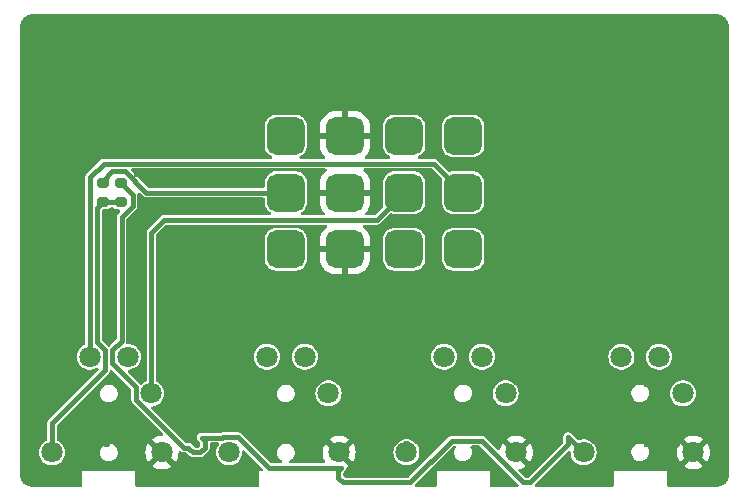
<source format=gbr>
%TF.GenerationSoftware,KiCad,Pcbnew,7.0.6-7.0.6~ubuntu22.04.1*%
%TF.CreationDate,2023-08-06T19:07:11+12:00*%
%TF.ProjectId,AUX_SWITCH,4155585f-5357-4495-9443-482e6b696361,v1.0*%
%TF.SameCoordinates,Original*%
%TF.FileFunction,Copper,L1,Top*%
%TF.FilePolarity,Positive*%
%FSLAX46Y46*%
G04 Gerber Fmt 4.6, Leading zero omitted, Abs format (unit mm)*
G04 Created by KiCad (PCBNEW 7.0.6-7.0.6~ubuntu22.04.1) date 2023-08-06 19:07:11*
%MOMM*%
%LPD*%
G01*
G04 APERTURE LIST*
G04 Aperture macros list*
%AMRoundRect*
0 Rectangle with rounded corners*
0 $1 Rounding radius*
0 $2 $3 $4 $5 $6 $7 $8 $9 X,Y pos of 4 corners*
0 Add a 4 corners polygon primitive as box body*
4,1,4,$2,$3,$4,$5,$6,$7,$8,$9,$2,$3,0*
0 Add four circle primitives for the rounded corners*
1,1,$1+$1,$2,$3*
1,1,$1+$1,$4,$5*
1,1,$1+$1,$6,$7*
1,1,$1+$1,$8,$9*
0 Add four rect primitives between the rounded corners*
20,1,$1+$1,$2,$3,$4,$5,0*
20,1,$1+$1,$4,$5,$6,$7,0*
20,1,$1+$1,$6,$7,$8,$9,0*
20,1,$1+$1,$8,$9,$2,$3,0*%
G04 Aperture macros list end*
%TA.AperFunction,ComponentPad*%
%ADD10C,1.800000*%
%TD*%
%TA.AperFunction,SMDPad,CuDef*%
%ADD11RoundRect,0.200000X-0.275000X0.200000X-0.275000X-0.200000X0.275000X-0.200000X0.275000X0.200000X0*%
%TD*%
%TA.AperFunction,ComponentPad*%
%ADD12RoundRect,0.800000X0.800000X-0.800000X0.800000X0.800000X-0.800000X0.800000X-0.800000X-0.800000X0*%
%TD*%
%TA.AperFunction,SMDPad,CuDef*%
%ADD13RoundRect,0.200000X0.275000X-0.200000X0.275000X0.200000X-0.275000X0.200000X-0.275000X-0.200000X0*%
%TD*%
%TA.AperFunction,ViaPad*%
%ADD14C,0.600000*%
%TD*%
%TA.AperFunction,Conductor*%
%ADD15C,0.400000*%
%TD*%
G04 APERTURE END LIST*
D10*
%TO.P,J4,1,M*%
%TO.N,/M_OUT1*%
X157700000Y-115000000D03*
%TO.P,J4,2,L*%
%TO.N,/L_OUT1*%
X166100000Y-110000000D03*
%TO.P,J4,3,R*%
%TO.N,/R_OUT1*%
X160900000Y-106900000D03*
%TO.P,J4,4,G*%
%TO.N,Net-(J4-G)*%
X167000000Y-115000000D03*
%TO.P,J4,7*%
%TO.N,N/C*%
X164100000Y-106900000D03*
%TD*%
%TO.P,J6,1,M*%
%TO.N,/M_IN*%
X142700000Y-115000000D03*
%TO.P,J6,2,L*%
%TO.N,/L_IN*%
X151100000Y-110000000D03*
%TO.P,J6,3,R*%
%TO.N,/R_IN*%
X145900000Y-106900000D03*
%TO.P,J6,4,G*%
%TO.N,Net-(J4-G)*%
X152000000Y-115000000D03*
%TO.P,J6,7*%
%TO.N,N/C*%
X149100000Y-106900000D03*
%TD*%
D11*
%TO.P,R1,1*%
%TO.N,/M_IN_SW*%
X147000000Y-92175000D03*
%TO.P,R1,2*%
%TO.N,/M_IN*%
X147000000Y-93825000D03*
%TD*%
D12*
%TO.P,J1,1,1*%
%TO.N,/M_IN_SW*%
X162500000Y-93000000D03*
%TO.P,J1,2,2*%
%TO.N,Net-(J4-G)*%
X167500000Y-93000000D03*
%TO.P,J1,3,3*%
%TO.N,/L_IN*%
X172500000Y-93000000D03*
%TO.P,J1,4,4*%
%TO.N,/R_IN*%
X177500000Y-93000000D03*
%TD*%
D13*
%TO.P,R2,1*%
%TO.N,/M_IN*%
X148500000Y-93825000D03*
%TO.P,R2,2*%
%TO.N,/M_MIC*%
X148500000Y-92175000D03*
%TD*%
D10*
%TO.P,J7,1,M*%
%TO.N,/M_OUT2*%
X172700000Y-115000000D03*
%TO.P,J7,2,L*%
%TO.N,/L_OUT2*%
X181100000Y-110000000D03*
%TO.P,J7,3,R*%
%TO.N,/R_OUT2*%
X175900000Y-106900000D03*
%TO.P,J7,4,G*%
%TO.N,Net-(J4-G)*%
X182000000Y-115000000D03*
%TO.P,J7,7*%
%TO.N,N/C*%
X179100000Y-106900000D03*
%TD*%
%TO.P,J5,1,M*%
%TO.N,/M_MIC*%
X187700000Y-115000000D03*
%TO.P,J5,2,L*%
%TO.N,unconnected-(J5-L-Pad2)*%
X196100000Y-110000000D03*
%TO.P,J5,3,R*%
%TO.N,unconnected-(J5-R-Pad3)*%
X190900000Y-106900000D03*
%TO.P,J5,4,G*%
%TO.N,Net-(J4-G)*%
X197000000Y-115000000D03*
%TO.P,J5,7*%
%TO.N,N/C*%
X194100000Y-106900000D03*
%TD*%
D12*
%TO.P,J3,1,1*%
%TO.N,/M_OUT2*%
X162500000Y-88200000D03*
%TO.P,J3,2,2*%
%TO.N,Net-(J4-G)*%
X167500000Y-88200000D03*
%TO.P,J3,3,3*%
%TO.N,/L_OUT2*%
X172500000Y-88200000D03*
%TO.P,J3,4,4*%
%TO.N,/R_OUT2*%
X177500000Y-88200000D03*
%TD*%
%TO.P,J2,1,1*%
%TO.N,/M_OUT1*%
X162500000Y-97800000D03*
%TO.P,J2,2,2*%
%TO.N,Net-(J4-G)*%
X167500000Y-97800000D03*
%TO.P,J2,3,3*%
%TO.N,/L_OUT1*%
X172500000Y-97800000D03*
%TO.P,J2,4,4*%
%TO.N,/R_OUT1*%
X177500000Y-97800000D03*
%TD*%
D14*
%TO.N,Net-(J4-G)*%
X147320000Y-104140000D03*
X147320000Y-96520000D03*
X147320000Y-99060000D03*
X147320000Y-101600000D03*
X142240000Y-111760000D03*
X144780000Y-109220000D03*
X144780000Y-111760000D03*
X149860000Y-111760000D03*
X182880000Y-116840000D03*
X182880000Y-111760000D03*
X182880000Y-106680000D03*
X182880000Y-104140000D03*
X182880000Y-101600000D03*
X160020000Y-99060000D03*
X160020000Y-96520000D03*
X160020000Y-93980000D03*
X160020000Y-91440000D03*
X160020000Y-88900000D03*
X160020000Y-86360000D03*
X182880000Y-83820000D03*
X182880000Y-86360000D03*
X182880000Y-81280000D03*
X182880000Y-99060000D03*
X182880000Y-88900000D03*
X182880000Y-91440000D03*
X182880000Y-96520000D03*
X182880000Y-93980000D03*
X167640000Y-83820000D03*
X175260000Y-83820000D03*
X170180000Y-83820000D03*
X160020000Y-83820000D03*
X165100000Y-83820000D03*
X177800000Y-83820000D03*
X157480000Y-83820000D03*
X172720000Y-83820000D03*
X180340000Y-83820000D03*
X162560000Y-83820000D03*
X167640000Y-116840000D03*
X170180000Y-116840000D03*
X157480000Y-116840000D03*
X172720000Y-116840000D03*
X180340000Y-116840000D03*
X175260000Y-114300000D03*
X170180000Y-114300000D03*
X160020000Y-114300000D03*
X165100000Y-114300000D03*
X172720000Y-114300000D03*
X180340000Y-114300000D03*
X167640000Y-111760000D03*
X175260000Y-111760000D03*
X170180000Y-111760000D03*
X160020000Y-111760000D03*
X165100000Y-111760000D03*
X177800000Y-111760000D03*
X157480000Y-111760000D03*
X172720000Y-111760000D03*
X180340000Y-111760000D03*
X162560000Y-111760000D03*
X167640000Y-109220000D03*
X175260000Y-109220000D03*
X170180000Y-109220000D03*
X160020000Y-109220000D03*
X157480000Y-109220000D03*
X172720000Y-109220000D03*
X167640000Y-106680000D03*
X170180000Y-106680000D03*
X157480000Y-106680000D03*
X172720000Y-106680000D03*
X162560000Y-106680000D03*
X167640000Y-104140000D03*
X175260000Y-104140000D03*
X170180000Y-104140000D03*
X160020000Y-104140000D03*
X165100000Y-104140000D03*
X177800000Y-104140000D03*
X157480000Y-104140000D03*
X172720000Y-104140000D03*
X180340000Y-104140000D03*
X162560000Y-104140000D03*
X167640000Y-101600000D03*
X175260000Y-101600000D03*
X170180000Y-101600000D03*
X160020000Y-101600000D03*
X165100000Y-101600000D03*
X177800000Y-101600000D03*
X157480000Y-101600000D03*
X172720000Y-101600000D03*
X180340000Y-101600000D03*
X162560000Y-101600000D03*
X142240000Y-116840000D03*
X144780000Y-116840000D03*
X154940000Y-116840000D03*
X157480000Y-116840000D03*
X152400000Y-116840000D03*
X144780000Y-114300000D03*
X154940000Y-114300000D03*
X147320000Y-114300000D03*
X149860000Y-114300000D03*
X154940000Y-111760000D03*
X147320000Y-111760000D03*
X157480000Y-111760000D03*
X152400000Y-111760000D03*
X142240000Y-109220000D03*
X154940000Y-109220000D03*
X157480000Y-109220000D03*
X142240000Y-106680000D03*
X154940000Y-106680000D03*
X157480000Y-106680000D03*
X152400000Y-106680000D03*
X142240000Y-104140000D03*
X144780000Y-104140000D03*
X154940000Y-104140000D03*
X149860000Y-104140000D03*
X157480000Y-104140000D03*
X152400000Y-104140000D03*
X142240000Y-101600000D03*
X144780000Y-101600000D03*
X154940000Y-101600000D03*
X149860000Y-101600000D03*
X157480000Y-101600000D03*
X152400000Y-101600000D03*
X142240000Y-99060000D03*
X144780000Y-99060000D03*
X154940000Y-99060000D03*
X149860000Y-99060000D03*
X157480000Y-99060000D03*
X152400000Y-99060000D03*
X142240000Y-96520000D03*
X144780000Y-96520000D03*
X154940000Y-96520000D03*
X149860000Y-96520000D03*
X157480000Y-96520000D03*
X152400000Y-96520000D03*
X142240000Y-93980000D03*
X144780000Y-93980000D03*
X154940000Y-93980000D03*
X157480000Y-93980000D03*
X152400000Y-93980000D03*
X142240000Y-91440000D03*
X144780000Y-91440000D03*
X154940000Y-91440000D03*
X149860000Y-91440000D03*
X157480000Y-91440000D03*
X152400000Y-91440000D03*
X142240000Y-88900000D03*
X144780000Y-88900000D03*
X154940000Y-88900000D03*
X147320000Y-88900000D03*
X149860000Y-88900000D03*
X157480000Y-88900000D03*
X152400000Y-88900000D03*
X142240000Y-86360000D03*
X144780000Y-86360000D03*
X154940000Y-86360000D03*
X147320000Y-86360000D03*
X149860000Y-86360000D03*
X157480000Y-86360000D03*
X152400000Y-86360000D03*
X142240000Y-83820000D03*
X144780000Y-83820000D03*
X154940000Y-83820000D03*
X147320000Y-83820000D03*
X149860000Y-83820000D03*
X157480000Y-83820000D03*
X152400000Y-83820000D03*
X185420000Y-116840000D03*
X195580000Y-116840000D03*
X198120000Y-116840000D03*
X187960000Y-116840000D03*
X185420000Y-114300000D03*
X193040000Y-114300000D03*
X195580000Y-114300000D03*
X190500000Y-114300000D03*
X185420000Y-111760000D03*
X193040000Y-111760000D03*
X195580000Y-111760000D03*
X198120000Y-111760000D03*
X187960000Y-111760000D03*
X190500000Y-111760000D03*
X185420000Y-109220000D03*
X193040000Y-109220000D03*
X198120000Y-109220000D03*
X187960000Y-109220000D03*
X190500000Y-109220000D03*
X185420000Y-106680000D03*
X195580000Y-106680000D03*
X198120000Y-106680000D03*
X187960000Y-106680000D03*
X185420000Y-104140000D03*
X193040000Y-104140000D03*
X195580000Y-104140000D03*
X198120000Y-104140000D03*
X187960000Y-104140000D03*
X190500000Y-104140000D03*
X185420000Y-101600000D03*
X193040000Y-101600000D03*
X195580000Y-101600000D03*
X198120000Y-101600000D03*
X187960000Y-101600000D03*
X190500000Y-101600000D03*
X185420000Y-99060000D03*
X193040000Y-99060000D03*
X195580000Y-99060000D03*
X198120000Y-99060000D03*
X187960000Y-99060000D03*
X190500000Y-99060000D03*
X185420000Y-96520000D03*
X193040000Y-96520000D03*
X195580000Y-96520000D03*
X198120000Y-96520000D03*
X187960000Y-96520000D03*
X190500000Y-96520000D03*
X185420000Y-93980000D03*
X193040000Y-93980000D03*
X195580000Y-93980000D03*
X198120000Y-93980000D03*
X187960000Y-93980000D03*
X190500000Y-93980000D03*
X185420000Y-91440000D03*
X193040000Y-91440000D03*
X195580000Y-91440000D03*
X198120000Y-91440000D03*
X187960000Y-91440000D03*
X190500000Y-91440000D03*
X185420000Y-88900000D03*
X193040000Y-88900000D03*
X195580000Y-88900000D03*
X198120000Y-88900000D03*
X187960000Y-88900000D03*
X190500000Y-88900000D03*
X185420000Y-86360000D03*
X193040000Y-86360000D03*
X195580000Y-86360000D03*
X198120000Y-86360000D03*
X187960000Y-86360000D03*
X190500000Y-86360000D03*
X190500000Y-83820000D03*
X198120000Y-83820000D03*
X185420000Y-83820000D03*
X187960000Y-83820000D03*
X193040000Y-83820000D03*
X182880000Y-83820000D03*
X195580000Y-83820000D03*
X170180000Y-78740000D03*
X177800000Y-78740000D03*
X142240000Y-78740000D03*
X172720000Y-78740000D03*
X190500000Y-78740000D03*
X198120000Y-78740000D03*
X144780000Y-78740000D03*
X162560000Y-78740000D03*
X167640000Y-78740000D03*
X154940000Y-78740000D03*
X147320000Y-78740000D03*
X180340000Y-78740000D03*
X185420000Y-78740000D03*
X187960000Y-78740000D03*
X149860000Y-78740000D03*
X157480000Y-78740000D03*
X160020000Y-78740000D03*
X152400000Y-78740000D03*
X193040000Y-78740000D03*
X175260000Y-78740000D03*
X182880000Y-78740000D03*
X165100000Y-78740000D03*
X195580000Y-78740000D03*
X142240000Y-81280000D03*
X144780000Y-81280000D03*
X147320000Y-81280000D03*
X149860000Y-81280000D03*
X154940000Y-81280000D03*
X152400000Y-81280000D03*
X157480000Y-81280000D03*
X160020000Y-81280000D03*
X162560000Y-81280000D03*
X165100000Y-81280000D03*
X167640000Y-81280000D03*
X170180000Y-81280000D03*
X172720000Y-81280000D03*
X175260000Y-81280000D03*
X198120000Y-81280000D03*
X195580000Y-81280000D03*
X193040000Y-81280000D03*
X190500000Y-81280000D03*
X187960000Y-81280000D03*
X185420000Y-81280000D03*
X182880000Y-81280000D03*
X180340000Y-81280000D03*
X177800000Y-81280000D03*
%TD*%
D15*
%TO.N,/M_MIC*%
X153851472Y-114589950D02*
X149800000Y-110538478D01*
X179060100Y-114010050D02*
X176539900Y-114010050D01*
X154240000Y-114589950D02*
X153851472Y-114589950D01*
X155640000Y-114010050D02*
X155640000Y-114589950D01*
X155371150Y-113741200D02*
X155640000Y-114010050D01*
X149800000Y-109461522D02*
X147800000Y-107461522D01*
X157120322Y-113741200D02*
X155371150Y-113741200D01*
X157161522Y-113700000D02*
X157120322Y-113741200D01*
X166940000Y-116550050D02*
X167190050Y-116300000D01*
X176539900Y-114010050D02*
X173009950Y-117540000D01*
X149011800Y-94625000D02*
X149023528Y-94625000D01*
X149800000Y-110538478D02*
X149800000Y-109461522D01*
X173009950Y-117540000D02*
X167350050Y-117540000D01*
X149023528Y-94625000D02*
X149529800Y-94118728D01*
X158430050Y-113700000D02*
X157161522Y-113700000D01*
X154650050Y-115000000D02*
X154240000Y-114589950D01*
X186400000Y-113700000D02*
X186400000Y-114309950D01*
X182590050Y-117540000D02*
X179060100Y-114010050D01*
X187700000Y-115000000D02*
X186400000Y-113700000D01*
X148590000Y-105562400D02*
X148590000Y-95046800D01*
X167350050Y-117540000D02*
X166940000Y-117129950D01*
X186400000Y-114309950D02*
X183169950Y-117540000D01*
X147800000Y-107461522D02*
X147800000Y-106352400D01*
X155229950Y-115000000D02*
X154650050Y-115000000D01*
X183169950Y-117540000D02*
X182590050Y-117540000D01*
X147800000Y-106352400D02*
X148590000Y-105562400D01*
X166940000Y-117129950D02*
X166940000Y-116550050D01*
X148590000Y-95046800D02*
X149011800Y-94625000D01*
X155640000Y-114589950D02*
X155229950Y-115000000D01*
X161030050Y-116300000D02*
X158430050Y-113700000D01*
X167190050Y-116300000D02*
X161030050Y-116300000D01*
X149529800Y-94118728D02*
X149529800Y-93204800D01*
X149529800Y-93204800D02*
X148500000Y-92175000D01*
%TO.N,/M_IN*%
X142700000Y-115000000D02*
X142700000Y-112519200D01*
X146500000Y-105661522D02*
X146500000Y-94325000D01*
X142700000Y-112519200D02*
X147200000Y-108019200D01*
X147200000Y-106361522D02*
X146500000Y-105661522D01*
X147200000Y-108019200D02*
X147200000Y-106361522D01*
X146500000Y-94325000D02*
X147000000Y-93825000D01*
%TO.N,/L_IN*%
X172500000Y-93000000D02*
X170199200Y-95300800D01*
X170199200Y-95300800D02*
X152196800Y-95300800D01*
X152196800Y-95300800D02*
X151100000Y-96397600D01*
X151100000Y-96397600D02*
X151100000Y-110000000D01*
%TO.N,/R_IN*%
X177500000Y-93000000D02*
X175051000Y-90551000D01*
X145900000Y-91717000D02*
X145900000Y-106900000D01*
X175051000Y-90551000D02*
X147066000Y-90551000D01*
X147066000Y-90551000D02*
X145900000Y-91717000D01*
%TO.N,/M_IN_SW*%
X147000000Y-92175000D02*
X147000000Y-91988600D01*
X147000000Y-91988600D02*
X147802600Y-91186000D01*
X147802600Y-91186000D02*
X148869400Y-91186000D01*
X148869400Y-91186000D02*
X150683400Y-93000000D01*
X150683400Y-93000000D02*
X162500000Y-93000000D01*
%TO.N,/M_IN*%
X148500000Y-93825000D02*
X147000000Y-93825000D01*
%TD*%
%TA.AperFunction,Conductor*%
%TO.N,Net-(J4-G)*%
G36*
X199002692Y-77900735D02*
G01*
X199045551Y-77904485D01*
X199171760Y-77916915D01*
X199191677Y-77920539D01*
X199258392Y-77938415D01*
X199319827Y-77957051D01*
X199351556Y-77966677D01*
X199367965Y-77972955D01*
X199435390Y-78004397D01*
X199438414Y-78005908D01*
X199487048Y-78031902D01*
X199522327Y-78050759D01*
X199528649Y-78054643D01*
X199594855Y-78101001D01*
X199598616Y-78103855D01*
X199670801Y-78163096D01*
X199675301Y-78167174D01*
X199732819Y-78224692D01*
X199736899Y-78229194D01*
X199796150Y-78301394D01*
X199799012Y-78305165D01*
X199845342Y-78371331D01*
X199849238Y-78377672D01*
X199894093Y-78461590D01*
X199895605Y-78464615D01*
X199927041Y-78532028D01*
X199933320Y-78548438D01*
X199961598Y-78641659D01*
X199979454Y-78708301D01*
X199983082Y-78728239D01*
X199995523Y-78854552D01*
X199999264Y-78897302D01*
X199999500Y-78902709D01*
X199999500Y-116897292D01*
X199999264Y-116902698D01*
X199995520Y-116945490D01*
X199983085Y-117071746D01*
X199979457Y-117091684D01*
X199961583Y-117158396D01*
X199933324Y-117251550D01*
X199927046Y-117267959D01*
X199895592Y-117335411D01*
X199894080Y-117338437D01*
X199849249Y-117422308D01*
X199845354Y-117428649D01*
X199798994Y-117494858D01*
X199796132Y-117498630D01*
X199736906Y-117570797D01*
X199732818Y-117575308D01*
X199675309Y-117632817D01*
X199670798Y-117636905D01*
X199598618Y-117696142D01*
X199594846Y-117699004D01*
X199528663Y-117745345D01*
X199522322Y-117749241D01*
X199438403Y-117794095D01*
X199435380Y-117795606D01*
X199367971Y-117827041D01*
X199351560Y-117833321D01*
X199258359Y-117861593D01*
X199191692Y-117879455D01*
X199171754Y-117883083D01*
X199045468Y-117895521D01*
X199004815Y-117899078D01*
X199002696Y-117899264D01*
X198997290Y-117899500D01*
X194874500Y-117899500D01*
X194807461Y-117879815D01*
X194761706Y-117827011D01*
X194750500Y-117775500D01*
X194750500Y-116624759D01*
X194750528Y-116624616D01*
X194750524Y-116624616D01*
X194750539Y-116600002D01*
X194750541Y-116600000D01*
X194750462Y-116599808D01*
X194750384Y-116599618D01*
X194750382Y-116599616D01*
X194750099Y-116599500D01*
X194750000Y-116599459D01*
X194725446Y-116599459D01*
X194725240Y-116599500D01*
X190274760Y-116599500D01*
X190274554Y-116599459D01*
X190250000Y-116599459D01*
X190249901Y-116599500D01*
X190249617Y-116599616D01*
X190249615Y-116599618D01*
X190249459Y-116599999D01*
X190249476Y-116624616D01*
X190249471Y-116624616D01*
X190249500Y-116624759D01*
X190249500Y-117775500D01*
X190229815Y-117842539D01*
X190177011Y-117888294D01*
X190125500Y-117899500D01*
X183676205Y-117899500D01*
X183609166Y-117879815D01*
X183563411Y-117827011D01*
X183553467Y-117757853D01*
X183582492Y-117694297D01*
X183588524Y-117687819D01*
X184275967Y-117000376D01*
X186384469Y-114891872D01*
X186445790Y-114858389D01*
X186515482Y-114863373D01*
X186571415Y-114905245D01*
X186595832Y-114970709D01*
X186595619Y-114990994D01*
X186594785Y-114999996D01*
X186594785Y-115000000D01*
X186613602Y-115203082D01*
X186669417Y-115399247D01*
X186669422Y-115399260D01*
X186760327Y-115581821D01*
X186883237Y-115744581D01*
X187033958Y-115881980D01*
X187033960Y-115881982D01*
X187047110Y-115890124D01*
X187207363Y-115989348D01*
X187397544Y-116063024D01*
X187598024Y-116100500D01*
X187598026Y-116100500D01*
X187801974Y-116100500D01*
X187801976Y-116100500D01*
X188002456Y-116063024D01*
X188192637Y-115989348D01*
X188366041Y-115881981D01*
X188516764Y-115744579D01*
X188639673Y-115581821D01*
X188730582Y-115399250D01*
X188786397Y-115203083D01*
X188801144Y-115043933D01*
X191745668Y-115043933D01*
X191761058Y-115131210D01*
X191776135Y-115216711D01*
X191845623Y-115377804D01*
X191845624Y-115377806D01*
X191845626Y-115377809D01*
X191936595Y-115500000D01*
X191950390Y-115518530D01*
X192084786Y-115631302D01*
X192151267Y-115664690D01*
X192241562Y-115710038D01*
X192241563Y-115710038D01*
X192241567Y-115710040D01*
X192412279Y-115750500D01*
X192412282Y-115750500D01*
X192543701Y-115750500D01*
X192543709Y-115750500D01*
X192674255Y-115735241D01*
X192839117Y-115675237D01*
X192985696Y-115578830D01*
X193106092Y-115451218D01*
X193193812Y-115299281D01*
X193244130Y-115131210D01*
X193251772Y-115000005D01*
X195595202Y-115000005D01*
X195614361Y-115231218D01*
X195671317Y-115456135D01*
X195764516Y-115668609D01*
X195848811Y-115797633D01*
X196516922Y-115129522D01*
X196540507Y-115209844D01*
X196618239Y-115330798D01*
X196726900Y-115424952D01*
X196857685Y-115484680D01*
X196867466Y-115486086D01*
X196201199Y-116152351D01*
X196231650Y-116176050D01*
X196435697Y-116286476D01*
X196435706Y-116286479D01*
X196655139Y-116361811D01*
X196883993Y-116400000D01*
X197116007Y-116400000D01*
X197344860Y-116361811D01*
X197564293Y-116286479D01*
X197564302Y-116286476D01*
X197768350Y-116176050D01*
X197798798Y-116152351D01*
X197132533Y-115486086D01*
X197142315Y-115484680D01*
X197273100Y-115424952D01*
X197381761Y-115330798D01*
X197459493Y-115209844D01*
X197483076Y-115129524D01*
X198151186Y-115797634D01*
X198235484Y-115668606D01*
X198328682Y-115456135D01*
X198385638Y-115231218D01*
X198404797Y-115000005D01*
X198404797Y-114999994D01*
X198385638Y-114768781D01*
X198328682Y-114543864D01*
X198235483Y-114331390D01*
X198151186Y-114202364D01*
X197483076Y-114870474D01*
X197459493Y-114790156D01*
X197381761Y-114669202D01*
X197273100Y-114575048D01*
X197142315Y-114515320D01*
X197132532Y-114513913D01*
X197798799Y-113847647D01*
X197768349Y-113823949D01*
X197564302Y-113713523D01*
X197564293Y-113713520D01*
X197344860Y-113638188D01*
X197116007Y-113600000D01*
X196883993Y-113600000D01*
X196655139Y-113638188D01*
X196435706Y-113713520D01*
X196435698Y-113713523D01*
X196231644Y-113823952D01*
X196201200Y-113847646D01*
X196201200Y-113847647D01*
X196867467Y-114513913D01*
X196857685Y-114515320D01*
X196726900Y-114575048D01*
X196618239Y-114669202D01*
X196540507Y-114790156D01*
X196516923Y-114870476D01*
X195848812Y-114202365D01*
X195764516Y-114331391D01*
X195764514Y-114331395D01*
X195671317Y-114543864D01*
X195614361Y-114768781D01*
X195595202Y-114999994D01*
X195595202Y-115000005D01*
X193251772Y-115000005D01*
X193254331Y-114956065D01*
X193223865Y-114783289D01*
X193154377Y-114622196D01*
X193153840Y-114621475D01*
X193049609Y-114481469D01*
X192915214Y-114368698D01*
X192915212Y-114368697D01*
X192758437Y-114289961D01*
X192735252Y-114284466D01*
X192587721Y-114249500D01*
X192456291Y-114249500D01*
X192351854Y-114261707D01*
X192325743Y-114264759D01*
X192325740Y-114264760D01*
X192160884Y-114324762D01*
X192160880Y-114324764D01*
X192014306Y-114421167D01*
X192014305Y-114421168D01*
X191893910Y-114548778D01*
X191806188Y-114700718D01*
X191755870Y-114868789D01*
X191755869Y-114868794D01*
X191745668Y-115043933D01*
X188801144Y-115043933D01*
X188805215Y-115000000D01*
X188805214Y-114999994D01*
X188786397Y-114796917D01*
X188779887Y-114774037D01*
X188730582Y-114600750D01*
X188728548Y-114596666D01*
X188660684Y-114460376D01*
X188639673Y-114418179D01*
X188569128Y-114324762D01*
X188516762Y-114255418D01*
X188366041Y-114118019D01*
X188366039Y-114118017D01*
X188192642Y-114010655D01*
X188192639Y-114010653D01*
X188192637Y-114010652D01*
X188192636Y-114010651D01*
X188192635Y-114010651D01*
X188061372Y-113959800D01*
X188002456Y-113936976D01*
X187801976Y-113899500D01*
X187598024Y-113899500D01*
X187497784Y-113918238D01*
X187397542Y-113936976D01*
X187397534Y-113936979D01*
X187332927Y-113962007D01*
X187263303Y-113967868D01*
X187201564Y-113935158D01*
X187200454Y-113934061D01*
X186659287Y-113392893D01*
X186659256Y-113392864D01*
X186638342Y-113371950D01*
X186638341Y-113371949D01*
X186618600Y-113361890D01*
X186602014Y-113351726D01*
X186584090Y-113338704D01*
X186584091Y-113338704D01*
X186563018Y-113331857D01*
X186545045Y-113324412D01*
X186525307Y-113314355D01*
X186525304Y-113314354D01*
X186503418Y-113310887D01*
X186484507Y-113306346D01*
X186463439Y-113299501D01*
X186463434Y-113299500D01*
X186463433Y-113299500D01*
X186463429Y-113299500D01*
X186441275Y-113299500D01*
X186421879Y-113297973D01*
X186400000Y-113294508D01*
X186378120Y-113297973D01*
X186358725Y-113299500D01*
X186336567Y-113299500D01*
X186315491Y-113306347D01*
X186296582Y-113310887D01*
X186274696Y-113314354D01*
X186254955Y-113324412D01*
X186236987Y-113331854D01*
X186215912Y-113338702D01*
X186215908Y-113338704D01*
X186197983Y-113351727D01*
X186181402Y-113361888D01*
X186161661Y-113371947D01*
X186161655Y-113371951D01*
X186145989Y-113387617D01*
X186131202Y-113400247D01*
X186113273Y-113413273D01*
X186100247Y-113431202D01*
X186087617Y-113445989D01*
X186071951Y-113461655D01*
X186071947Y-113461661D01*
X186061888Y-113481402D01*
X186051727Y-113497983D01*
X186038704Y-113515908D01*
X186038702Y-113515912D01*
X186031854Y-113536987D01*
X186024412Y-113554955D01*
X186014354Y-113574696D01*
X186010887Y-113596582D01*
X186006347Y-113615491D01*
X185999500Y-113636567D01*
X185999500Y-114092694D01*
X185979815Y-114159733D01*
X185963181Y-114180375D01*
X183040376Y-117103181D01*
X182979053Y-117136666D01*
X182952695Y-117139500D01*
X182807304Y-117139500D01*
X182740265Y-117119815D01*
X182719623Y-117103181D01*
X182201020Y-116584578D01*
X182167535Y-116523255D01*
X182172519Y-116453563D01*
X182214391Y-116397630D01*
X182268292Y-116374588D01*
X182344860Y-116361811D01*
X182564293Y-116286479D01*
X182564302Y-116286476D01*
X182768350Y-116176050D01*
X182798798Y-116152351D01*
X182132533Y-115486086D01*
X182142315Y-115484680D01*
X182273100Y-115424952D01*
X182381761Y-115330798D01*
X182459493Y-115209844D01*
X182483076Y-115129524D01*
X183151186Y-115797634D01*
X183235484Y-115668606D01*
X183328682Y-115456135D01*
X183385638Y-115231218D01*
X183404797Y-115000005D01*
X183404797Y-114999994D01*
X183385638Y-114768781D01*
X183328682Y-114543864D01*
X183235483Y-114331390D01*
X183151186Y-114202364D01*
X182483076Y-114870475D01*
X182459493Y-114790156D01*
X182381761Y-114669202D01*
X182273100Y-114575048D01*
X182142315Y-114515320D01*
X182132534Y-114513913D01*
X182798799Y-113847648D01*
X182798799Y-113847647D01*
X182768349Y-113823949D01*
X182564302Y-113713523D01*
X182564293Y-113713520D01*
X182344860Y-113638188D01*
X182116007Y-113600000D01*
X181883993Y-113600000D01*
X181655139Y-113638188D01*
X181435706Y-113713520D01*
X181435698Y-113713523D01*
X181231644Y-113823952D01*
X181201200Y-113847646D01*
X181201200Y-113847647D01*
X181867466Y-114513913D01*
X181857685Y-114515320D01*
X181726900Y-114575048D01*
X181618239Y-114669202D01*
X181540507Y-114790156D01*
X181516923Y-114870476D01*
X180848812Y-114202365D01*
X180764516Y-114331391D01*
X180764514Y-114331395D01*
X180671317Y-114543863D01*
X180621633Y-114740063D01*
X180586093Y-114800218D01*
X180523673Y-114831610D01*
X180454189Y-114824272D01*
X180413746Y-114797303D01*
X179319387Y-113702943D01*
X179319356Y-113702914D01*
X179298442Y-113682000D01*
X179298441Y-113681999D01*
X179278700Y-113671940D01*
X179262114Y-113661776D01*
X179244190Y-113648754D01*
X179244191Y-113648754D01*
X179223118Y-113641907D01*
X179205145Y-113634462D01*
X179185407Y-113624405D01*
X179185404Y-113624404D01*
X179163518Y-113620937D01*
X179144607Y-113616396D01*
X179123539Y-113609551D01*
X179123534Y-113609550D01*
X179123533Y-113609550D01*
X179091619Y-113609550D01*
X176603333Y-113609550D01*
X176476467Y-113609550D01*
X176455391Y-113616397D01*
X176436482Y-113620937D01*
X176414596Y-113624404D01*
X176394855Y-113634462D01*
X176376887Y-113641904D01*
X176355812Y-113648752D01*
X176355808Y-113648754D01*
X176337884Y-113661777D01*
X176321298Y-113671941D01*
X176301559Y-113681999D01*
X176301556Y-113682001D01*
X176261553Y-113722002D01*
X176261549Y-113722008D01*
X172880376Y-117103181D01*
X172819053Y-117136666D01*
X172792695Y-117139500D01*
X167567304Y-117139500D01*
X167500265Y-117119815D01*
X167479628Y-117103186D01*
X167376817Y-117000374D01*
X167343334Y-116939053D01*
X167340500Y-116912695D01*
X167340500Y-116767303D01*
X167360185Y-116700264D01*
X167376810Y-116679631D01*
X167495533Y-116560909D01*
X167518100Y-116538342D01*
X167528157Y-116518601D01*
X167538327Y-116502007D01*
X167551346Y-116484090D01*
X167558192Y-116463016D01*
X167565635Y-116445047D01*
X167575696Y-116425304D01*
X167579162Y-116403417D01*
X167583705Y-116384498D01*
X167586925Y-116374588D01*
X167590550Y-116363433D01*
X167590550Y-116346159D01*
X167610235Y-116279120D01*
X167655533Y-116237104D01*
X167768346Y-116176053D01*
X167768349Y-116176051D01*
X167798798Y-116152351D01*
X167132533Y-115486086D01*
X167142315Y-115484680D01*
X167273100Y-115424952D01*
X167381761Y-115330798D01*
X167459493Y-115209844D01*
X167483076Y-115129524D01*
X168151186Y-115797634D01*
X168235484Y-115668606D01*
X168328682Y-115456135D01*
X168385638Y-115231218D01*
X168404798Y-115000005D01*
X168404798Y-115000000D01*
X171594785Y-115000000D01*
X171613602Y-115203082D01*
X171669417Y-115399247D01*
X171669422Y-115399260D01*
X171760327Y-115581821D01*
X171883237Y-115744581D01*
X172033958Y-115881980D01*
X172033960Y-115881982D01*
X172047110Y-115890124D01*
X172207363Y-115989348D01*
X172397544Y-116063024D01*
X172598024Y-116100500D01*
X172598026Y-116100500D01*
X172801974Y-116100500D01*
X172801976Y-116100500D01*
X173002456Y-116063024D01*
X173192637Y-115989348D01*
X173366041Y-115881981D01*
X173516764Y-115744579D01*
X173639673Y-115581821D01*
X173730582Y-115399250D01*
X173786397Y-115203083D01*
X173805215Y-115000000D01*
X173805214Y-114999994D01*
X173786397Y-114796917D01*
X173779887Y-114774037D01*
X173730582Y-114600750D01*
X173728548Y-114596666D01*
X173660684Y-114460376D01*
X173639673Y-114418179D01*
X173569128Y-114324762D01*
X173516762Y-114255418D01*
X173366041Y-114118019D01*
X173366039Y-114118017D01*
X173192642Y-114010655D01*
X173192639Y-114010653D01*
X173192637Y-114010652D01*
X173192636Y-114010651D01*
X173192635Y-114010651D01*
X173061372Y-113959800D01*
X173002456Y-113936976D01*
X172801976Y-113899500D01*
X172598024Y-113899500D01*
X172397544Y-113936976D01*
X172397541Y-113936976D01*
X172397541Y-113936977D01*
X172207364Y-114010651D01*
X172207357Y-114010655D01*
X172033960Y-114118017D01*
X172033958Y-114118019D01*
X171883237Y-114255418D01*
X171760327Y-114418178D01*
X171669422Y-114600739D01*
X171669417Y-114600752D01*
X171613602Y-114796917D01*
X171594785Y-114999999D01*
X171594785Y-115000000D01*
X168404798Y-115000000D01*
X168404798Y-114999994D01*
X168385638Y-114768781D01*
X168328682Y-114543864D01*
X168235483Y-114331390D01*
X168151186Y-114202364D01*
X167483076Y-114870474D01*
X167459493Y-114790156D01*
X167381761Y-114669202D01*
X167273100Y-114575048D01*
X167142315Y-114515320D01*
X167132532Y-114513913D01*
X167798799Y-113847647D01*
X167768349Y-113823949D01*
X167564302Y-113713523D01*
X167564293Y-113713520D01*
X167344860Y-113638188D01*
X167116007Y-113600000D01*
X166883993Y-113600000D01*
X166655139Y-113638188D01*
X166435706Y-113713520D01*
X166435698Y-113713523D01*
X166231644Y-113823952D01*
X166201200Y-113847646D01*
X166201200Y-113847647D01*
X166867465Y-114513913D01*
X166857685Y-114515320D01*
X166726900Y-114575048D01*
X166618239Y-114669202D01*
X166540507Y-114790156D01*
X166516923Y-114870476D01*
X165848812Y-114202365D01*
X165764516Y-114331391D01*
X165764514Y-114331395D01*
X165671317Y-114543864D01*
X165614361Y-114768781D01*
X165595202Y-114999994D01*
X165595202Y-115000005D01*
X165614361Y-115231218D01*
X165671317Y-115456135D01*
X165764517Y-115668611D01*
X165790041Y-115707678D01*
X165810229Y-115774568D01*
X165791050Y-115841753D01*
X165738591Y-115887904D01*
X165686233Y-115899500D01*
X162912330Y-115899500D01*
X162845291Y-115879815D01*
X162799536Y-115827011D01*
X162789592Y-115757853D01*
X162818617Y-115694297D01*
X162844191Y-115671900D01*
X162985693Y-115578832D01*
X162985694Y-115578831D01*
X162985693Y-115578831D01*
X162985696Y-115578830D01*
X163106092Y-115451218D01*
X163193812Y-115299281D01*
X163244130Y-115131210D01*
X163254331Y-114956065D01*
X163223865Y-114783289D01*
X163154377Y-114622196D01*
X163153840Y-114621475D01*
X163049609Y-114481469D01*
X162915214Y-114368698D01*
X162915212Y-114368697D01*
X162758437Y-114289961D01*
X162735252Y-114284466D01*
X162587721Y-114249500D01*
X162456291Y-114249500D01*
X162351854Y-114261707D01*
X162325743Y-114264759D01*
X162325740Y-114264760D01*
X162160884Y-114324762D01*
X162160880Y-114324764D01*
X162014306Y-114421167D01*
X162014305Y-114421168D01*
X161893910Y-114548778D01*
X161806188Y-114700718D01*
X161755870Y-114868789D01*
X161755869Y-114868794D01*
X161745668Y-115043933D01*
X161761058Y-115131210D01*
X161776135Y-115216711D01*
X161845623Y-115377804D01*
X161845624Y-115377806D01*
X161845626Y-115377809D01*
X161936595Y-115500000D01*
X161950390Y-115518530D01*
X162084786Y-115631302D01*
X162113782Y-115645864D01*
X162151266Y-115664690D01*
X162202340Y-115712368D01*
X162219530Y-115780090D01*
X162197377Y-115846355D01*
X162142916Y-115890124D01*
X162095615Y-115899500D01*
X161247304Y-115899500D01*
X161180265Y-115879815D01*
X161159623Y-115863181D01*
X158689337Y-113392893D01*
X158689306Y-113392864D01*
X158668392Y-113371950D01*
X158668391Y-113371949D01*
X158648650Y-113361890D01*
X158632064Y-113351726D01*
X158614140Y-113338704D01*
X158614141Y-113338704D01*
X158593068Y-113331857D01*
X158575095Y-113324412D01*
X158555357Y-113314355D01*
X158555354Y-113314354D01*
X158533468Y-113310887D01*
X158514557Y-113306346D01*
X158493489Y-113299501D01*
X158493484Y-113299500D01*
X158493483Y-113299500D01*
X158461569Y-113299500D01*
X157224955Y-113299500D01*
X157098089Y-113299500D01*
X157098086Y-113299500D01*
X157098084Y-113299501D01*
X157077012Y-113306347D01*
X157058104Y-113310886D01*
X157036220Y-113314353D01*
X157036215Y-113314354D01*
X157016476Y-113324412D01*
X156998508Y-113331855D01*
X156989972Y-113334629D01*
X156951648Y-113340700D01*
X155307717Y-113340700D01*
X155286641Y-113347547D01*
X155267732Y-113352087D01*
X155245846Y-113355554D01*
X155226105Y-113365612D01*
X155208137Y-113373054D01*
X155187062Y-113379902D01*
X155187058Y-113379904D01*
X155169133Y-113392927D01*
X155152552Y-113403088D01*
X155132811Y-113413147D01*
X155132805Y-113413151D01*
X155117139Y-113428817D01*
X155102352Y-113441447D01*
X155084422Y-113454475D01*
X155071402Y-113472396D01*
X155058767Y-113487190D01*
X155043098Y-113502859D01*
X155033039Y-113522601D01*
X155022878Y-113539183D01*
X155009852Y-113557112D01*
X155003004Y-113578187D01*
X154995562Y-113596155D01*
X154985504Y-113615896D01*
X154982037Y-113637782D01*
X154977497Y-113656691D01*
X154970650Y-113677767D01*
X154970650Y-113699924D01*
X154969123Y-113719323D01*
X154965658Y-113741199D01*
X154965658Y-113741200D01*
X154969123Y-113763076D01*
X154970650Y-113782475D01*
X154970650Y-113804629D01*
X154970651Y-113804639D01*
X154977496Y-113825707D01*
X154982037Y-113844618D01*
X154985504Y-113866504D01*
X154985505Y-113866507D01*
X154995562Y-113886245D01*
X155003007Y-113904218D01*
X155009854Y-113925290D01*
X155022876Y-113943214D01*
X155033040Y-113959800D01*
X155040764Y-113974958D01*
X155043100Y-113979542D01*
X155064014Y-114000456D01*
X155064028Y-114000471D01*
X155065665Y-114002108D01*
X155065666Y-114002109D01*
X155203182Y-114139624D01*
X155236666Y-114200945D01*
X155239500Y-114227304D01*
X155239500Y-114372695D01*
X155219815Y-114439734D01*
X155203181Y-114460376D01*
X155100376Y-114563181D01*
X155039053Y-114596666D01*
X155012695Y-114599500D01*
X154867304Y-114599500D01*
X154800265Y-114579815D01*
X154779627Y-114563185D01*
X154500909Y-114284466D01*
X154500908Y-114284465D01*
X154499271Y-114282828D01*
X154499256Y-114282814D01*
X154478342Y-114261900D01*
X154478341Y-114261899D01*
X154458600Y-114251840D01*
X154442014Y-114241676D01*
X154424090Y-114228654D01*
X154424091Y-114228654D01*
X154403018Y-114221807D01*
X154385045Y-114214362D01*
X154365307Y-114204305D01*
X154365304Y-114204304D01*
X154343418Y-114200837D01*
X154324507Y-114196296D01*
X154303439Y-114189451D01*
X154303434Y-114189450D01*
X154303433Y-114189450D01*
X154303429Y-114189450D01*
X154068727Y-114189450D01*
X154001688Y-114169765D01*
X153981046Y-114153131D01*
X151137842Y-111309927D01*
X151104357Y-111248604D01*
X151109341Y-111178912D01*
X151151213Y-111122979D01*
X151202735Y-111100357D01*
X151402456Y-111063024D01*
X151592637Y-110989348D01*
X151766041Y-110881981D01*
X151916764Y-110744579D01*
X152039673Y-110581821D01*
X152130582Y-110399250D01*
X152186397Y-110203083D01*
X152201144Y-110043933D01*
X161745668Y-110043933D01*
X161761058Y-110131210D01*
X161776135Y-110216711D01*
X161845623Y-110377804D01*
X161845624Y-110377806D01*
X161845626Y-110377809D01*
X161950390Y-110518529D01*
X161950390Y-110518530D01*
X162084786Y-110631302D01*
X162149459Y-110663782D01*
X162241562Y-110710038D01*
X162241563Y-110710038D01*
X162241567Y-110710040D01*
X162412279Y-110750500D01*
X162412282Y-110750500D01*
X162543701Y-110750500D01*
X162543709Y-110750500D01*
X162674255Y-110735241D01*
X162839117Y-110675237D01*
X162985696Y-110578830D01*
X163106092Y-110451218D01*
X163193812Y-110299281D01*
X163244130Y-110131210D01*
X163251772Y-110000000D01*
X164994785Y-110000000D01*
X165013602Y-110203082D01*
X165069417Y-110399247D01*
X165069422Y-110399260D01*
X165160327Y-110581821D01*
X165283237Y-110744581D01*
X165433958Y-110881980D01*
X165433960Y-110881982D01*
X165533141Y-110943392D01*
X165607363Y-110989348D01*
X165797544Y-111063024D01*
X165998024Y-111100500D01*
X165998026Y-111100500D01*
X166201974Y-111100500D01*
X166201976Y-111100500D01*
X166402456Y-111063024D01*
X166592637Y-110989348D01*
X166766041Y-110881981D01*
X166916764Y-110744579D01*
X167039673Y-110581821D01*
X167130582Y-110399250D01*
X167186397Y-110203083D01*
X167201144Y-110043933D01*
X176745668Y-110043933D01*
X176761058Y-110131210D01*
X176776135Y-110216711D01*
X176845623Y-110377804D01*
X176845624Y-110377806D01*
X176845626Y-110377809D01*
X176950390Y-110518530D01*
X177084786Y-110631302D01*
X177149459Y-110663782D01*
X177241562Y-110710038D01*
X177241563Y-110710038D01*
X177241567Y-110710040D01*
X177412279Y-110750500D01*
X177412282Y-110750500D01*
X177543701Y-110750500D01*
X177543709Y-110750500D01*
X177674255Y-110735241D01*
X177839117Y-110675237D01*
X177985696Y-110578830D01*
X178106092Y-110451218D01*
X178193812Y-110299281D01*
X178244130Y-110131210D01*
X178251772Y-110000000D01*
X179994785Y-110000000D01*
X180013602Y-110203082D01*
X180069417Y-110399247D01*
X180069422Y-110399260D01*
X180160327Y-110581821D01*
X180283237Y-110744581D01*
X180433958Y-110881980D01*
X180433960Y-110881982D01*
X180533141Y-110943392D01*
X180607363Y-110989348D01*
X180797544Y-111063024D01*
X180998024Y-111100500D01*
X180998026Y-111100500D01*
X181201974Y-111100500D01*
X181201976Y-111100500D01*
X181402456Y-111063024D01*
X181592637Y-110989348D01*
X181766041Y-110881981D01*
X181916764Y-110744579D01*
X182039673Y-110581821D01*
X182130582Y-110399250D01*
X182186397Y-110203083D01*
X182201144Y-110043933D01*
X191745668Y-110043933D01*
X191761058Y-110131210D01*
X191776135Y-110216711D01*
X191845623Y-110377804D01*
X191845624Y-110377806D01*
X191845626Y-110377809D01*
X191950389Y-110518529D01*
X191950390Y-110518530D01*
X192084786Y-110631302D01*
X192149459Y-110663782D01*
X192241562Y-110710038D01*
X192241563Y-110710038D01*
X192241567Y-110710040D01*
X192412279Y-110750500D01*
X192412282Y-110750500D01*
X192543701Y-110750500D01*
X192543709Y-110750500D01*
X192674255Y-110735241D01*
X192839117Y-110675237D01*
X192985696Y-110578830D01*
X193106092Y-110451218D01*
X193193812Y-110299281D01*
X193244130Y-110131210D01*
X193251772Y-110000000D01*
X194994785Y-110000000D01*
X195013602Y-110203082D01*
X195069417Y-110399247D01*
X195069422Y-110399260D01*
X195160327Y-110581821D01*
X195283237Y-110744581D01*
X195433958Y-110881980D01*
X195433960Y-110881982D01*
X195533141Y-110943392D01*
X195607363Y-110989348D01*
X195797544Y-111063024D01*
X195998024Y-111100500D01*
X195998026Y-111100500D01*
X196201974Y-111100500D01*
X196201976Y-111100500D01*
X196402456Y-111063024D01*
X196592637Y-110989348D01*
X196766041Y-110881981D01*
X196916764Y-110744579D01*
X197039673Y-110581821D01*
X197130582Y-110399250D01*
X197186397Y-110203083D01*
X197205215Y-110000000D01*
X197186397Y-109796917D01*
X197130582Y-109600750D01*
X197125774Y-109591095D01*
X197041161Y-109421168D01*
X197039673Y-109418179D01*
X196956306Y-109307783D01*
X196916762Y-109255418D01*
X196766041Y-109118019D01*
X196766039Y-109118017D01*
X196592642Y-109010655D01*
X196592639Y-109010653D01*
X196592637Y-109010652D01*
X196592636Y-109010651D01*
X196592635Y-109010651D01*
X196469805Y-108963067D01*
X196402456Y-108936976D01*
X196201976Y-108899500D01*
X195998024Y-108899500D01*
X195797544Y-108936976D01*
X195797541Y-108936976D01*
X195797541Y-108936977D01*
X195607364Y-109010651D01*
X195607357Y-109010655D01*
X195433960Y-109118017D01*
X195433958Y-109118019D01*
X195283237Y-109255418D01*
X195160327Y-109418178D01*
X195069422Y-109600739D01*
X195069417Y-109600752D01*
X195013602Y-109796917D01*
X194994785Y-109999999D01*
X194994785Y-110000000D01*
X193251772Y-110000000D01*
X193254331Y-109956065D01*
X193223865Y-109783289D01*
X193154377Y-109622196D01*
X193138412Y-109600752D01*
X193049609Y-109481469D01*
X192915214Y-109368698D01*
X192915212Y-109368697D01*
X192758437Y-109289961D01*
X192758433Y-109289960D01*
X192587721Y-109249500D01*
X192456291Y-109249500D01*
X192351854Y-109261707D01*
X192325743Y-109264759D01*
X192325740Y-109264760D01*
X192160884Y-109324762D01*
X192160880Y-109324764D01*
X192014306Y-109421167D01*
X192014305Y-109421168D01*
X191893910Y-109548778D01*
X191806188Y-109700718D01*
X191755870Y-109868789D01*
X191755869Y-109868794D01*
X191745668Y-110043933D01*
X182201144Y-110043933D01*
X182205215Y-110000000D01*
X182186397Y-109796917D01*
X182130582Y-109600750D01*
X182125774Y-109591095D01*
X182041161Y-109421168D01*
X182039673Y-109418179D01*
X181956306Y-109307783D01*
X181916762Y-109255418D01*
X181766041Y-109118019D01*
X181766039Y-109118017D01*
X181592642Y-109010655D01*
X181592639Y-109010653D01*
X181592637Y-109010652D01*
X181592636Y-109010651D01*
X181592635Y-109010651D01*
X181469805Y-108963067D01*
X181402456Y-108936976D01*
X181201976Y-108899500D01*
X180998024Y-108899500D01*
X180797544Y-108936976D01*
X180797541Y-108936976D01*
X180797541Y-108936977D01*
X180607364Y-109010651D01*
X180607357Y-109010655D01*
X180433960Y-109118017D01*
X180433958Y-109118019D01*
X180283237Y-109255418D01*
X180160327Y-109418178D01*
X180069422Y-109600739D01*
X180069417Y-109600752D01*
X180013602Y-109796917D01*
X179994785Y-109999999D01*
X179994785Y-110000000D01*
X178251772Y-110000000D01*
X178254331Y-109956065D01*
X178223865Y-109783289D01*
X178154377Y-109622196D01*
X178138412Y-109600752D01*
X178049609Y-109481469D01*
X177915214Y-109368698D01*
X177915212Y-109368697D01*
X177758437Y-109289961D01*
X177758433Y-109289960D01*
X177587721Y-109249500D01*
X177456291Y-109249500D01*
X177351854Y-109261707D01*
X177325743Y-109264759D01*
X177325740Y-109264760D01*
X177160884Y-109324762D01*
X177160880Y-109324764D01*
X177014306Y-109421167D01*
X177014305Y-109421168D01*
X176893910Y-109548778D01*
X176806188Y-109700718D01*
X176755870Y-109868789D01*
X176755869Y-109868794D01*
X176745668Y-110043933D01*
X167201144Y-110043933D01*
X167205215Y-110000000D01*
X167186397Y-109796917D01*
X167130582Y-109600750D01*
X167125774Y-109591095D01*
X167041161Y-109421168D01*
X167039673Y-109418179D01*
X166956306Y-109307783D01*
X166916762Y-109255418D01*
X166766041Y-109118019D01*
X166766039Y-109118017D01*
X166592642Y-109010655D01*
X166592639Y-109010653D01*
X166592637Y-109010652D01*
X166592636Y-109010651D01*
X166592635Y-109010651D01*
X166469805Y-108963067D01*
X166402456Y-108936976D01*
X166201976Y-108899500D01*
X165998024Y-108899500D01*
X165797544Y-108936976D01*
X165797541Y-108936976D01*
X165797541Y-108936977D01*
X165607364Y-109010651D01*
X165607357Y-109010655D01*
X165433960Y-109118017D01*
X165433958Y-109118019D01*
X165283237Y-109255418D01*
X165160327Y-109418178D01*
X165069422Y-109600739D01*
X165069417Y-109600752D01*
X165013602Y-109796917D01*
X164994785Y-109999999D01*
X164994785Y-110000000D01*
X163251772Y-110000000D01*
X163254331Y-109956065D01*
X163223865Y-109783289D01*
X163154377Y-109622196D01*
X163138412Y-109600752D01*
X163049609Y-109481469D01*
X162915214Y-109368698D01*
X162915212Y-109368697D01*
X162758437Y-109289961D01*
X162758433Y-109289960D01*
X162587721Y-109249500D01*
X162456291Y-109249500D01*
X162351854Y-109261707D01*
X162325743Y-109264759D01*
X162325740Y-109264760D01*
X162160884Y-109324762D01*
X162160880Y-109324764D01*
X162014306Y-109421167D01*
X162014305Y-109421168D01*
X161893910Y-109548778D01*
X161806188Y-109700718D01*
X161755870Y-109868789D01*
X161755869Y-109868794D01*
X161745668Y-110043933D01*
X152201144Y-110043933D01*
X152205215Y-110000000D01*
X152186397Y-109796917D01*
X152130582Y-109600750D01*
X152125774Y-109591095D01*
X152041161Y-109421168D01*
X152039673Y-109418179D01*
X151956306Y-109307783D01*
X151916762Y-109255418D01*
X151766041Y-109118019D01*
X151766039Y-109118017D01*
X151592640Y-109010653D01*
X151592631Y-109010649D01*
X151579704Y-109005641D01*
X151524303Y-108963067D01*
X151500714Y-108897299D01*
X151500500Y-108890015D01*
X151500500Y-106900000D01*
X159794785Y-106900000D01*
X159813602Y-107103082D01*
X159869417Y-107299247D01*
X159869422Y-107299260D01*
X159960327Y-107481821D01*
X160083237Y-107644581D01*
X160233958Y-107781980D01*
X160233960Y-107781982D01*
X160308951Y-107828414D01*
X160407363Y-107889348D01*
X160597544Y-107963024D01*
X160798024Y-108000500D01*
X160798026Y-108000500D01*
X161001974Y-108000500D01*
X161001976Y-108000500D01*
X161202456Y-107963024D01*
X161392637Y-107889348D01*
X161566041Y-107781981D01*
X161716764Y-107644579D01*
X161839673Y-107481821D01*
X161930582Y-107299250D01*
X161986397Y-107103083D01*
X162005215Y-106900000D01*
X162994785Y-106900000D01*
X163013602Y-107103082D01*
X163069417Y-107299247D01*
X163069422Y-107299260D01*
X163160327Y-107481821D01*
X163283237Y-107644581D01*
X163433958Y-107781980D01*
X163433960Y-107781982D01*
X163508951Y-107828414D01*
X163607363Y-107889348D01*
X163797544Y-107963024D01*
X163998024Y-108000500D01*
X163998026Y-108000500D01*
X164201974Y-108000500D01*
X164201976Y-108000500D01*
X164402456Y-107963024D01*
X164592637Y-107889348D01*
X164766041Y-107781981D01*
X164916764Y-107644579D01*
X165039673Y-107481821D01*
X165130582Y-107299250D01*
X165186397Y-107103083D01*
X165205215Y-106900000D01*
X174794785Y-106900000D01*
X174813602Y-107103082D01*
X174869417Y-107299247D01*
X174869422Y-107299260D01*
X174960327Y-107481821D01*
X175083237Y-107644581D01*
X175233958Y-107781980D01*
X175233960Y-107781982D01*
X175308951Y-107828414D01*
X175407363Y-107889348D01*
X175597544Y-107963024D01*
X175798024Y-108000500D01*
X175798026Y-108000500D01*
X176001974Y-108000500D01*
X176001976Y-108000500D01*
X176202456Y-107963024D01*
X176392637Y-107889348D01*
X176566041Y-107781981D01*
X176716764Y-107644579D01*
X176839673Y-107481821D01*
X176930582Y-107299250D01*
X176986397Y-107103083D01*
X177005215Y-106900000D01*
X177994785Y-106900000D01*
X178013602Y-107103082D01*
X178069417Y-107299247D01*
X178069422Y-107299260D01*
X178160327Y-107481821D01*
X178283237Y-107644581D01*
X178433958Y-107781980D01*
X178433960Y-107781982D01*
X178508951Y-107828414D01*
X178607363Y-107889348D01*
X178797544Y-107963024D01*
X178998024Y-108000500D01*
X178998026Y-108000500D01*
X179201974Y-108000500D01*
X179201976Y-108000500D01*
X179402456Y-107963024D01*
X179592637Y-107889348D01*
X179766041Y-107781981D01*
X179916764Y-107644579D01*
X180039673Y-107481821D01*
X180130582Y-107299250D01*
X180186397Y-107103083D01*
X180205215Y-106900000D01*
X189794785Y-106900000D01*
X189813602Y-107103082D01*
X189869417Y-107299247D01*
X189869422Y-107299260D01*
X189960327Y-107481821D01*
X190083237Y-107644581D01*
X190233958Y-107781980D01*
X190233960Y-107781982D01*
X190308951Y-107828414D01*
X190407363Y-107889348D01*
X190597544Y-107963024D01*
X190798024Y-108000500D01*
X190798026Y-108000500D01*
X191001974Y-108000500D01*
X191001976Y-108000500D01*
X191202456Y-107963024D01*
X191392637Y-107889348D01*
X191566041Y-107781981D01*
X191716764Y-107644579D01*
X191839673Y-107481821D01*
X191930582Y-107299250D01*
X191986397Y-107103083D01*
X192005215Y-106900000D01*
X192994785Y-106900000D01*
X193013602Y-107103082D01*
X193069417Y-107299247D01*
X193069422Y-107299260D01*
X193160327Y-107481821D01*
X193283237Y-107644581D01*
X193433958Y-107781980D01*
X193433960Y-107781982D01*
X193508951Y-107828414D01*
X193607363Y-107889348D01*
X193797544Y-107963024D01*
X193998024Y-108000500D01*
X193998026Y-108000500D01*
X194201974Y-108000500D01*
X194201976Y-108000500D01*
X194402456Y-107963024D01*
X194592637Y-107889348D01*
X194766041Y-107781981D01*
X194916764Y-107644579D01*
X195039673Y-107481821D01*
X195130582Y-107299250D01*
X195186397Y-107103083D01*
X195205215Y-106900000D01*
X195186397Y-106696917D01*
X195130582Y-106500750D01*
X195039673Y-106318179D01*
X194916764Y-106155421D01*
X194916762Y-106155418D01*
X194766041Y-106018019D01*
X194766039Y-106018017D01*
X194592642Y-105910655D01*
X194592639Y-105910653D01*
X194592637Y-105910652D01*
X194592636Y-105910651D01*
X194592635Y-105910651D01*
X194497546Y-105873814D01*
X194402456Y-105836976D01*
X194201976Y-105799500D01*
X193998024Y-105799500D01*
X193797544Y-105836976D01*
X193797541Y-105836976D01*
X193797541Y-105836977D01*
X193607364Y-105910651D01*
X193607357Y-105910655D01*
X193433960Y-106018017D01*
X193433958Y-106018019D01*
X193283237Y-106155418D01*
X193160327Y-106318178D01*
X193069422Y-106500739D01*
X193069417Y-106500752D01*
X193013602Y-106696917D01*
X192994785Y-106899999D01*
X192994785Y-106900000D01*
X192005215Y-106900000D01*
X191986397Y-106696917D01*
X191930582Y-106500750D01*
X191839673Y-106318179D01*
X191716764Y-106155421D01*
X191716762Y-106155418D01*
X191566041Y-106018019D01*
X191566039Y-106018017D01*
X191392642Y-105910655D01*
X191392639Y-105910653D01*
X191392637Y-105910652D01*
X191392636Y-105910651D01*
X191392635Y-105910651D01*
X191297546Y-105873814D01*
X191202456Y-105836976D01*
X191001976Y-105799500D01*
X190798024Y-105799500D01*
X190597544Y-105836976D01*
X190597541Y-105836976D01*
X190597541Y-105836977D01*
X190407364Y-105910651D01*
X190407357Y-105910655D01*
X190233960Y-106018017D01*
X190233958Y-106018019D01*
X190083237Y-106155418D01*
X189960327Y-106318178D01*
X189869422Y-106500739D01*
X189869417Y-106500752D01*
X189813602Y-106696917D01*
X189794785Y-106899999D01*
X189794785Y-106900000D01*
X180205215Y-106900000D01*
X180186397Y-106696917D01*
X180130582Y-106500750D01*
X180039673Y-106318179D01*
X179916764Y-106155421D01*
X179916762Y-106155418D01*
X179766041Y-106018019D01*
X179766039Y-106018017D01*
X179592642Y-105910655D01*
X179592639Y-105910653D01*
X179592637Y-105910652D01*
X179592636Y-105910651D01*
X179592635Y-105910651D01*
X179497546Y-105873814D01*
X179402456Y-105836976D01*
X179201976Y-105799500D01*
X178998024Y-105799500D01*
X178797544Y-105836976D01*
X178797541Y-105836976D01*
X178797541Y-105836977D01*
X178607364Y-105910651D01*
X178607357Y-105910655D01*
X178433960Y-106018017D01*
X178433958Y-106018019D01*
X178283237Y-106155418D01*
X178160327Y-106318178D01*
X178069422Y-106500739D01*
X178069417Y-106500752D01*
X178013602Y-106696917D01*
X177994785Y-106899999D01*
X177994785Y-106900000D01*
X177005215Y-106900000D01*
X176986397Y-106696917D01*
X176930582Y-106500750D01*
X176839673Y-106318179D01*
X176716764Y-106155421D01*
X176716762Y-106155418D01*
X176566041Y-106018019D01*
X176566039Y-106018017D01*
X176392642Y-105910655D01*
X176392639Y-105910653D01*
X176392637Y-105910652D01*
X176392636Y-105910651D01*
X176392635Y-105910651D01*
X176297546Y-105873814D01*
X176202456Y-105836976D01*
X176001976Y-105799500D01*
X175798024Y-105799500D01*
X175597544Y-105836976D01*
X175597541Y-105836976D01*
X175597541Y-105836977D01*
X175407364Y-105910651D01*
X175407357Y-105910655D01*
X175233960Y-106018017D01*
X175233958Y-106018019D01*
X175083237Y-106155418D01*
X174960327Y-106318178D01*
X174869422Y-106500739D01*
X174869417Y-106500752D01*
X174813602Y-106696917D01*
X174794785Y-106899999D01*
X174794785Y-106900000D01*
X165205215Y-106900000D01*
X165186397Y-106696917D01*
X165130582Y-106500750D01*
X165039673Y-106318179D01*
X164916764Y-106155421D01*
X164916762Y-106155418D01*
X164766041Y-106018019D01*
X164766039Y-106018017D01*
X164592642Y-105910655D01*
X164592639Y-105910653D01*
X164592637Y-105910652D01*
X164592636Y-105910651D01*
X164592635Y-105910651D01*
X164497546Y-105873814D01*
X164402456Y-105836976D01*
X164201976Y-105799500D01*
X163998024Y-105799500D01*
X163797544Y-105836976D01*
X163797541Y-105836976D01*
X163797541Y-105836977D01*
X163607364Y-105910651D01*
X163607357Y-105910655D01*
X163433960Y-106018017D01*
X163433958Y-106018019D01*
X163283237Y-106155418D01*
X163160327Y-106318178D01*
X163069422Y-106500739D01*
X163069417Y-106500752D01*
X163013602Y-106696917D01*
X162994785Y-106899999D01*
X162994785Y-106900000D01*
X162005215Y-106900000D01*
X161986397Y-106696917D01*
X161930582Y-106500750D01*
X161839673Y-106318179D01*
X161716764Y-106155421D01*
X161716762Y-106155418D01*
X161566041Y-106018019D01*
X161566039Y-106018017D01*
X161392642Y-105910655D01*
X161392639Y-105910653D01*
X161392637Y-105910652D01*
X161392636Y-105910651D01*
X161392635Y-105910651D01*
X161297546Y-105873814D01*
X161202456Y-105836976D01*
X161001976Y-105799500D01*
X160798024Y-105799500D01*
X160597544Y-105836976D01*
X160597541Y-105836976D01*
X160597541Y-105836977D01*
X160407364Y-105910651D01*
X160407357Y-105910655D01*
X160233960Y-106018017D01*
X160233958Y-106018019D01*
X160083237Y-106155418D01*
X159960327Y-106318178D01*
X159869422Y-106500739D01*
X159869417Y-106500752D01*
X159813602Y-106696917D01*
X159794785Y-106899999D01*
X159794785Y-106900000D01*
X151500500Y-106900000D01*
X151500500Y-96941966D01*
X160699500Y-96941966D01*
X160699501Y-98658032D01*
X160699501Y-98658033D01*
X160710113Y-98777415D01*
X160766089Y-98973045D01*
X160766090Y-98973048D01*
X160766091Y-98973049D01*
X160860302Y-99153407D01*
X160860304Y-99153409D01*
X160988890Y-99311109D01*
X161082803Y-99387684D01*
X161146593Y-99439698D01*
X161326951Y-99533909D01*
X161522582Y-99589886D01*
X161641963Y-99600500D01*
X161641964Y-99600499D01*
X161641965Y-99600500D01*
X161641966Y-99600500D01*
X162374802Y-99600499D01*
X163358036Y-99600499D01*
X163477418Y-99589886D01*
X163673049Y-99533909D01*
X163853407Y-99439698D01*
X164011109Y-99311109D01*
X164139698Y-99153407D01*
X164233909Y-98973049D01*
X164289886Y-98777418D01*
X164300500Y-98658037D01*
X164300499Y-96941964D01*
X164289886Y-96822582D01*
X164233909Y-96626951D01*
X164139698Y-96446593D01*
X164048027Y-96334167D01*
X164011109Y-96288890D01*
X163886996Y-96187690D01*
X163853407Y-96160302D01*
X163673049Y-96066091D01*
X163673048Y-96066090D01*
X163673045Y-96066089D01*
X163555829Y-96032550D01*
X163477418Y-96010114D01*
X163477415Y-96010113D01*
X163477413Y-96010113D01*
X163386983Y-96002073D01*
X163358037Y-95999500D01*
X163358035Y-95999500D01*
X163358034Y-95999500D01*
X162622902Y-95999500D01*
X161641964Y-95999501D01*
X161612727Y-96002100D01*
X161522584Y-96010113D01*
X161326954Y-96066089D01*
X161236772Y-96113196D01*
X161146593Y-96160302D01*
X161146591Y-96160303D01*
X161146590Y-96160304D01*
X160988890Y-96288890D01*
X160860304Y-96446590D01*
X160766089Y-96626954D01*
X160710114Y-96822583D01*
X160710113Y-96822586D01*
X160699500Y-96941965D01*
X160699500Y-96941966D01*
X151500500Y-96941966D01*
X151500500Y-96614853D01*
X151520185Y-96547814D01*
X151536814Y-96527177D01*
X152326373Y-95737619D01*
X152387696Y-95704134D01*
X152414054Y-95701300D01*
X165894977Y-95701300D01*
X165962016Y-95720985D01*
X166007771Y-95773789D01*
X166017715Y-95842947D01*
X165988690Y-95906503D01*
X165966101Y-95926875D01*
X165861179Y-96000342D01*
X165700342Y-96161179D01*
X165569865Y-96347517D01*
X165473734Y-96553673D01*
X165473730Y-96553682D01*
X165414860Y-96773389D01*
X165414858Y-96773400D01*
X165400000Y-96943237D01*
X165400000Y-97550000D01*
X166325947Y-97550000D01*
X166300000Y-97688804D01*
X166300000Y-97911196D01*
X166325947Y-98050000D01*
X165400001Y-98050000D01*
X165400001Y-98656762D01*
X165414859Y-98826604D01*
X165414859Y-98826607D01*
X165473730Y-99046317D01*
X165473734Y-99046326D01*
X165569865Y-99252482D01*
X165700342Y-99438820D01*
X165861179Y-99599657D01*
X166047517Y-99730134D01*
X166253673Y-99826265D01*
X166253682Y-99826269D01*
X166473389Y-99885139D01*
X166473400Y-99885141D01*
X166643236Y-99900000D01*
X166643237Y-99900000D01*
X167249999Y-99899999D01*
X167250000Y-99899998D01*
X167250000Y-98976496D01*
X167278556Y-98984621D01*
X167444520Y-99000000D01*
X167555480Y-99000000D01*
X167721444Y-98984621D01*
X167750000Y-98976496D01*
X167750000Y-99899999D01*
X168356762Y-99899999D01*
X168526604Y-99885140D01*
X168526607Y-99885140D01*
X168746317Y-99826269D01*
X168746326Y-99826265D01*
X168952482Y-99730134D01*
X169138820Y-99599657D01*
X169299657Y-99438820D01*
X169430134Y-99252482D01*
X169526265Y-99046326D01*
X169526269Y-99046317D01*
X169585139Y-98826610D01*
X169585141Y-98826599D01*
X169600000Y-98656763D01*
X169600000Y-98050000D01*
X168674053Y-98050000D01*
X168700000Y-97911196D01*
X168700000Y-97688804D01*
X168674053Y-97550000D01*
X169599999Y-97550000D01*
X169599999Y-96943238D01*
X169599888Y-96941966D01*
X170699500Y-96941966D01*
X170699501Y-98658032D01*
X170699501Y-98658033D01*
X170710113Y-98777415D01*
X170766089Y-98973045D01*
X170766090Y-98973048D01*
X170766091Y-98973049D01*
X170860302Y-99153407D01*
X170860304Y-99153409D01*
X170988890Y-99311109D01*
X171082803Y-99387684D01*
X171146593Y-99439698D01*
X171326951Y-99533909D01*
X171522582Y-99589886D01*
X171641963Y-99600500D01*
X171641964Y-99600499D01*
X171641965Y-99600500D01*
X171641966Y-99600500D01*
X172378404Y-99600499D01*
X173358036Y-99600499D01*
X173477418Y-99589886D01*
X173673049Y-99533909D01*
X173853407Y-99439698D01*
X174011109Y-99311109D01*
X174139698Y-99153407D01*
X174233909Y-98973049D01*
X174289886Y-98777418D01*
X174300500Y-98658037D01*
X174300499Y-96941966D01*
X175699500Y-96941966D01*
X175699501Y-98658032D01*
X175699501Y-98658033D01*
X175710113Y-98777415D01*
X175766089Y-98973045D01*
X175766090Y-98973048D01*
X175766091Y-98973049D01*
X175860302Y-99153407D01*
X175860304Y-99153409D01*
X175988890Y-99311109D01*
X176082803Y-99387684D01*
X176146593Y-99439698D01*
X176326951Y-99533909D01*
X176522582Y-99589886D01*
X176641963Y-99600500D01*
X176641964Y-99600499D01*
X176641965Y-99600500D01*
X176641966Y-99600500D01*
X177377865Y-99600499D01*
X178358036Y-99600499D01*
X178477418Y-99589886D01*
X178673049Y-99533909D01*
X178853407Y-99439698D01*
X179011109Y-99311109D01*
X179139698Y-99153407D01*
X179233909Y-98973049D01*
X179289886Y-98777418D01*
X179300500Y-98658037D01*
X179300499Y-96941964D01*
X179289886Y-96822582D01*
X179233909Y-96626951D01*
X179139698Y-96446593D01*
X179048027Y-96334167D01*
X179011109Y-96288890D01*
X178886996Y-96187690D01*
X178853407Y-96160302D01*
X178673049Y-96066091D01*
X178673048Y-96066090D01*
X178673045Y-96066089D01*
X178555829Y-96032550D01*
X178477418Y-96010114D01*
X178477415Y-96010113D01*
X178477413Y-96010113D01*
X178386983Y-96002073D01*
X178358037Y-95999500D01*
X178358035Y-95999500D01*
X178358034Y-95999500D01*
X177621284Y-95999500D01*
X176641964Y-95999501D01*
X176612727Y-96002100D01*
X176522584Y-96010113D01*
X176326954Y-96066089D01*
X176236771Y-96113196D01*
X176146593Y-96160302D01*
X176146591Y-96160303D01*
X176146590Y-96160304D01*
X175988890Y-96288890D01*
X175860304Y-96446590D01*
X175766089Y-96626954D01*
X175710114Y-96822583D01*
X175710113Y-96822586D01*
X175699500Y-96941965D01*
X175699500Y-96941966D01*
X174300499Y-96941966D01*
X174300499Y-96941964D01*
X174289886Y-96822582D01*
X174233909Y-96626951D01*
X174139698Y-96446593D01*
X174048027Y-96334167D01*
X174011109Y-96288890D01*
X173886996Y-96187690D01*
X173853407Y-96160302D01*
X173673049Y-96066091D01*
X173673048Y-96066090D01*
X173673045Y-96066089D01*
X173555829Y-96032550D01*
X173477418Y-96010114D01*
X173477415Y-96010113D01*
X173477413Y-96010113D01*
X173386983Y-96002073D01*
X173358037Y-95999500D01*
X173358035Y-95999500D01*
X173358034Y-95999500D01*
X172621824Y-95999500D01*
X171641964Y-95999501D01*
X171612727Y-96002100D01*
X171522584Y-96010113D01*
X171326954Y-96066089D01*
X171236771Y-96113196D01*
X171146593Y-96160302D01*
X171146591Y-96160303D01*
X171146590Y-96160304D01*
X170988890Y-96288890D01*
X170860304Y-96446590D01*
X170766089Y-96626954D01*
X170710114Y-96822583D01*
X170710113Y-96822586D01*
X170699500Y-96941965D01*
X170699500Y-96941966D01*
X169599888Y-96941966D01*
X169585140Y-96773395D01*
X169585140Y-96773392D01*
X169526269Y-96553682D01*
X169526265Y-96553673D01*
X169430134Y-96347517D01*
X169299657Y-96161179D01*
X169138820Y-96000342D01*
X169033899Y-95926875D01*
X168990274Y-95872298D01*
X168983082Y-95802799D01*
X169014604Y-95740445D01*
X169074834Y-95705031D01*
X169105023Y-95701300D01*
X170262631Y-95701300D01*
X170262633Y-95701300D01*
X170283701Y-95694454D01*
X170302617Y-95689912D01*
X170324504Y-95686446D01*
X170344244Y-95676386D01*
X170362211Y-95668944D01*
X170383290Y-95662096D01*
X170401226Y-95649063D01*
X170417788Y-95638914D01*
X170437542Y-95628850D01*
X170453034Y-95613357D01*
X170453041Y-95613352D01*
X170460109Y-95606284D01*
X171279639Y-94786752D01*
X171340960Y-94753269D01*
X171401428Y-94755218D01*
X171522582Y-94789886D01*
X171641963Y-94800500D01*
X171641964Y-94800499D01*
X171641965Y-94800500D01*
X171641966Y-94800500D01*
X172373723Y-94800499D01*
X173358036Y-94800499D01*
X173477418Y-94789886D01*
X173673049Y-94733909D01*
X173853407Y-94639698D01*
X174011109Y-94511109D01*
X174139698Y-94353407D01*
X174233909Y-94173049D01*
X174289886Y-93977418D01*
X174300500Y-93858037D01*
X174300499Y-92141964D01*
X174289886Y-92022582D01*
X174240417Y-91849696D01*
X174233910Y-91826954D01*
X174233909Y-91826953D01*
X174233909Y-91826951D01*
X174139698Y-91646593D01*
X174046998Y-91532905D01*
X174011109Y-91488890D01*
X173895933Y-91394977D01*
X173853407Y-91360302D01*
X173673049Y-91266091D01*
X173673048Y-91266090D01*
X173673045Y-91266089D01*
X173555829Y-91232550D01*
X173477418Y-91210114D01*
X173477415Y-91210113D01*
X173477413Y-91210113D01*
X173386983Y-91202073D01*
X173358037Y-91199500D01*
X173358035Y-91199500D01*
X173358034Y-91199500D01*
X172621824Y-91199500D01*
X171641964Y-91199501D01*
X171612727Y-91202100D01*
X171522584Y-91210113D01*
X171326954Y-91266089D01*
X171236771Y-91313196D01*
X171146593Y-91360302D01*
X171146591Y-91360303D01*
X171146590Y-91360304D01*
X170988890Y-91488890D01*
X170860304Y-91646590D01*
X170766089Y-91826954D01*
X170710114Y-92022583D01*
X170710113Y-92022586D01*
X170699500Y-92141965D01*
X170699500Y-92141966D01*
X170699501Y-93858032D01*
X170699501Y-93858033D01*
X170710113Y-93977415D01*
X170744779Y-94098569D01*
X170744296Y-94168437D01*
X170713244Y-94220361D01*
X170069626Y-94863981D01*
X170008303Y-94897466D01*
X169981945Y-94900300D01*
X169337540Y-94900300D01*
X169270501Y-94880615D01*
X169224746Y-94827811D01*
X169214802Y-94758653D01*
X169243827Y-94695097D01*
X169249859Y-94688619D01*
X169299657Y-94638820D01*
X169430134Y-94452482D01*
X169526265Y-94246326D01*
X169526269Y-94246317D01*
X169585139Y-94026610D01*
X169585141Y-94026599D01*
X169600000Y-93856763D01*
X169600000Y-93250000D01*
X168674053Y-93250000D01*
X168700000Y-93111196D01*
X168700000Y-92888804D01*
X168674053Y-92750000D01*
X169599999Y-92750000D01*
X169599999Y-92143238D01*
X169585140Y-91973395D01*
X169585140Y-91973392D01*
X169526269Y-91753682D01*
X169526265Y-91753673D01*
X169430134Y-91547517D01*
X169299657Y-91361179D01*
X169138817Y-91200339D01*
X169105592Y-91177075D01*
X169061967Y-91122498D01*
X169054773Y-91053000D01*
X169086296Y-90990645D01*
X169146526Y-90955231D01*
X169176715Y-90951500D01*
X174833745Y-90951500D01*
X174900784Y-90971185D01*
X174921426Y-90987819D01*
X175713244Y-91779637D01*
X175746729Y-91840960D01*
X175744779Y-91901428D01*
X175710114Y-92022579D01*
X175710113Y-92022586D01*
X175699500Y-92141965D01*
X175699500Y-92141966D01*
X175699501Y-93858032D01*
X175699501Y-93858033D01*
X175710113Y-93977415D01*
X175766089Y-94173045D01*
X175766090Y-94173048D01*
X175766091Y-94173049D01*
X175860302Y-94353407D01*
X175881690Y-94379637D01*
X175988890Y-94511109D01*
X176082803Y-94587684D01*
X176146593Y-94639698D01*
X176326951Y-94733909D01*
X176326953Y-94733909D01*
X176326954Y-94733910D01*
X176346355Y-94739461D01*
X176522582Y-94789886D01*
X176641963Y-94800500D01*
X176641964Y-94800499D01*
X176641965Y-94800500D01*
X176641966Y-94800500D01*
X177377865Y-94800499D01*
X178358036Y-94800499D01*
X178477418Y-94789886D01*
X178673049Y-94733909D01*
X178853407Y-94639698D01*
X179011109Y-94511109D01*
X179139698Y-94353407D01*
X179233909Y-94173049D01*
X179289886Y-93977418D01*
X179300500Y-93858037D01*
X179300499Y-92141964D01*
X179289886Y-92022582D01*
X179240417Y-91849696D01*
X179233910Y-91826954D01*
X179233909Y-91826953D01*
X179233909Y-91826951D01*
X179139698Y-91646593D01*
X179046998Y-91532905D01*
X179011109Y-91488890D01*
X178895933Y-91394977D01*
X178853407Y-91360302D01*
X178673049Y-91266091D01*
X178673048Y-91266090D01*
X178673045Y-91266089D01*
X178555829Y-91232550D01*
X178477418Y-91210114D01*
X178477415Y-91210113D01*
X178477413Y-91210113D01*
X178386983Y-91202073D01*
X178358037Y-91199500D01*
X178358035Y-91199500D01*
X178358034Y-91199500D01*
X177621284Y-91199500D01*
X176641964Y-91199501D01*
X176614933Y-91201903D01*
X176522583Y-91210113D01*
X176522582Y-91210114D01*
X176401428Y-91244779D01*
X176331560Y-91244295D01*
X176279637Y-91213244D01*
X175310287Y-90243893D01*
X175310256Y-90243864D01*
X175289342Y-90222950D01*
X175289341Y-90222949D01*
X175269600Y-90212890D01*
X175253014Y-90202726D01*
X175235090Y-90189704D01*
X175235091Y-90189704D01*
X175214018Y-90182857D01*
X175196045Y-90175412D01*
X175176307Y-90165355D01*
X175176304Y-90165354D01*
X175154418Y-90161887D01*
X175135507Y-90157346D01*
X175114439Y-90150501D01*
X175114434Y-90150500D01*
X175114433Y-90150500D01*
X175082519Y-90150500D01*
X173763613Y-90150500D01*
X173696574Y-90130815D01*
X173650819Y-90078011D01*
X173640875Y-90008853D01*
X173669900Y-89945297D01*
X173706200Y-89916592D01*
X173853407Y-89839698D01*
X174011109Y-89711109D01*
X174139698Y-89553407D01*
X174233909Y-89373049D01*
X174289886Y-89177418D01*
X174300500Y-89058037D01*
X174300499Y-87341966D01*
X175699500Y-87341966D01*
X175699501Y-89058032D01*
X175699501Y-89058033D01*
X175710113Y-89177415D01*
X175766089Y-89373045D01*
X175766090Y-89373048D01*
X175766091Y-89373049D01*
X175860302Y-89553407D01*
X175860304Y-89553409D01*
X175988890Y-89711109D01*
X176082803Y-89787684D01*
X176146593Y-89839698D01*
X176326951Y-89933909D01*
X176522582Y-89989886D01*
X176641963Y-90000500D01*
X176641964Y-90000499D01*
X176641965Y-90000500D01*
X176641966Y-90000500D01*
X177373184Y-90000499D01*
X178358036Y-90000499D01*
X178477418Y-89989886D01*
X178673049Y-89933909D01*
X178853407Y-89839698D01*
X179011109Y-89711109D01*
X179139698Y-89553407D01*
X179233909Y-89373049D01*
X179289886Y-89177418D01*
X179300500Y-89058037D01*
X179300499Y-87341964D01*
X179289886Y-87222582D01*
X179233909Y-87026951D01*
X179139698Y-86846593D01*
X179058912Y-86747517D01*
X179011109Y-86688890D01*
X178895933Y-86594977D01*
X178853407Y-86560302D01*
X178673049Y-86466091D01*
X178673048Y-86466090D01*
X178673045Y-86466089D01*
X178555829Y-86432550D01*
X178477418Y-86410114D01*
X178477415Y-86410113D01*
X178477413Y-86410113D01*
X178386983Y-86402073D01*
X178358037Y-86399500D01*
X178358035Y-86399500D01*
X178358034Y-86399500D01*
X177621284Y-86399500D01*
X176641964Y-86399501D01*
X176612727Y-86402100D01*
X176522584Y-86410113D01*
X176326954Y-86466089D01*
X176236771Y-86513196D01*
X176146593Y-86560302D01*
X176146591Y-86560303D01*
X176146590Y-86560304D01*
X175988890Y-86688890D01*
X175860304Y-86846590D01*
X175766089Y-87026954D01*
X175710114Y-87222583D01*
X175710113Y-87222586D01*
X175699500Y-87341965D01*
X175699500Y-87341966D01*
X174300499Y-87341966D01*
X174300499Y-87341964D01*
X174289886Y-87222582D01*
X174233909Y-87026951D01*
X174139698Y-86846593D01*
X174058912Y-86747517D01*
X174011109Y-86688890D01*
X173895933Y-86594977D01*
X173853407Y-86560302D01*
X173673049Y-86466091D01*
X173673048Y-86466090D01*
X173673045Y-86466089D01*
X173555829Y-86432550D01*
X173477418Y-86410114D01*
X173477415Y-86410113D01*
X173477413Y-86410113D01*
X173386983Y-86402073D01*
X173358037Y-86399500D01*
X173358035Y-86399500D01*
X173358034Y-86399500D01*
X172626505Y-86399500D01*
X171641964Y-86399501D01*
X171612727Y-86402100D01*
X171522584Y-86410113D01*
X171326954Y-86466089D01*
X171236771Y-86513196D01*
X171146593Y-86560302D01*
X171146591Y-86560303D01*
X171146590Y-86560304D01*
X170988890Y-86688890D01*
X170860304Y-86846590D01*
X170766089Y-87026954D01*
X170710114Y-87222583D01*
X170710113Y-87222586D01*
X170699500Y-87341965D01*
X170699500Y-87341966D01*
X170699501Y-89058032D01*
X170699501Y-89058033D01*
X170710113Y-89177415D01*
X170766089Y-89373045D01*
X170766090Y-89373048D01*
X170766091Y-89373049D01*
X170860302Y-89553407D01*
X170860304Y-89553409D01*
X170988890Y-89711109D01*
X171117479Y-89815958D01*
X171146593Y-89839698D01*
X171293798Y-89916591D01*
X171344106Y-89965078D01*
X171360213Y-90033066D01*
X171337006Y-90098969D01*
X171281854Y-90141864D01*
X171236387Y-90150500D01*
X169287340Y-90150500D01*
X169220301Y-90130815D01*
X169174546Y-90078011D01*
X169164602Y-90008853D01*
X169193627Y-89945297D01*
X169199659Y-89938819D01*
X169299657Y-89838820D01*
X169430134Y-89652482D01*
X169526265Y-89446326D01*
X169526269Y-89446317D01*
X169585139Y-89226610D01*
X169585141Y-89226599D01*
X169600000Y-89056763D01*
X169600000Y-88450000D01*
X168674053Y-88450000D01*
X168700000Y-88311196D01*
X168700000Y-88088804D01*
X168674053Y-87950000D01*
X169599999Y-87950000D01*
X169599999Y-87343238D01*
X169585140Y-87173395D01*
X169585140Y-87173392D01*
X169526269Y-86953682D01*
X169526265Y-86953673D01*
X169430134Y-86747517D01*
X169299657Y-86561179D01*
X169138820Y-86400342D01*
X168952482Y-86269865D01*
X168746326Y-86173734D01*
X168746317Y-86173730D01*
X168526610Y-86114860D01*
X168526599Y-86114858D01*
X168356763Y-86100000D01*
X167750000Y-86100000D01*
X167750000Y-87023503D01*
X167721444Y-87015379D01*
X167555480Y-87000000D01*
X167444520Y-87000000D01*
X167278556Y-87015379D01*
X167250000Y-87023503D01*
X167250000Y-86100000D01*
X167249999Y-86100000D01*
X166643238Y-86100001D01*
X166643239Y-86100001D01*
X166473395Y-86114859D01*
X166473392Y-86114859D01*
X166253682Y-86173730D01*
X166253673Y-86173734D01*
X166047517Y-86269865D01*
X165861179Y-86400342D01*
X165700342Y-86561179D01*
X165569865Y-86747517D01*
X165473734Y-86953673D01*
X165473730Y-86953682D01*
X165414860Y-87173389D01*
X165414858Y-87173400D01*
X165400000Y-87343237D01*
X165400000Y-87950000D01*
X166325947Y-87950000D01*
X166300000Y-88088804D01*
X166300000Y-88311196D01*
X166325947Y-88450000D01*
X165400001Y-88450000D01*
X165400001Y-89056762D01*
X165414859Y-89226604D01*
X165414859Y-89226607D01*
X165473730Y-89446317D01*
X165473734Y-89446326D01*
X165569865Y-89652482D01*
X165700342Y-89838820D01*
X165800341Y-89938819D01*
X165833826Y-90000142D01*
X165828842Y-90069834D01*
X165786970Y-90125767D01*
X165721506Y-90150184D01*
X165712660Y-90150500D01*
X163763613Y-90150500D01*
X163696574Y-90130815D01*
X163650819Y-90078011D01*
X163640875Y-90008853D01*
X163669900Y-89945297D01*
X163706200Y-89916592D01*
X163853407Y-89839698D01*
X164011109Y-89711109D01*
X164139698Y-89553407D01*
X164233909Y-89373049D01*
X164289886Y-89177418D01*
X164300500Y-89058037D01*
X164300499Y-87341964D01*
X164289886Y-87222582D01*
X164233909Y-87026951D01*
X164139698Y-86846593D01*
X164058912Y-86747517D01*
X164011109Y-86688890D01*
X163895933Y-86594977D01*
X163853407Y-86560302D01*
X163673049Y-86466091D01*
X163673048Y-86466090D01*
X163673045Y-86466089D01*
X163555829Y-86432550D01*
X163477418Y-86410114D01*
X163477415Y-86410113D01*
X163477413Y-86410113D01*
X163386983Y-86402073D01*
X163358037Y-86399500D01*
X163358035Y-86399500D01*
X163358034Y-86399500D01*
X162622902Y-86399500D01*
X161641964Y-86399501D01*
X161612727Y-86402100D01*
X161522584Y-86410113D01*
X161326954Y-86466089D01*
X161236772Y-86513196D01*
X161146593Y-86560302D01*
X161146591Y-86560303D01*
X161146590Y-86560304D01*
X160988890Y-86688890D01*
X160860304Y-86846590D01*
X160766089Y-87026954D01*
X160710114Y-87222583D01*
X160710113Y-87222586D01*
X160699500Y-87341965D01*
X160699500Y-87341966D01*
X160699501Y-89058032D01*
X160699501Y-89058033D01*
X160710113Y-89177415D01*
X160766089Y-89373045D01*
X160766090Y-89373048D01*
X160766091Y-89373049D01*
X160860302Y-89553407D01*
X160860304Y-89553409D01*
X160988890Y-89711109D01*
X161117479Y-89815958D01*
X161146593Y-89839698D01*
X161293798Y-89916591D01*
X161344106Y-89965078D01*
X161360213Y-90033066D01*
X161337006Y-90098969D01*
X161281854Y-90141864D01*
X161236387Y-90150500D01*
X147002567Y-90150500D01*
X146981491Y-90157347D01*
X146962582Y-90161887D01*
X146940695Y-90165354D01*
X146920952Y-90175413D01*
X146902988Y-90182854D01*
X146881910Y-90189703D01*
X146881905Y-90189706D01*
X146863977Y-90202731D01*
X146847397Y-90212891D01*
X146827660Y-90222948D01*
X146827659Y-90222949D01*
X146805094Y-90245513D01*
X145594513Y-91456094D01*
X145571949Y-91478659D01*
X145571948Y-91478660D01*
X145561891Y-91498397D01*
X145551731Y-91514977D01*
X145538706Y-91532905D01*
X145538703Y-91532910D01*
X145531854Y-91553988D01*
X145524413Y-91571952D01*
X145514354Y-91591695D01*
X145510887Y-91613582D01*
X145506347Y-91632491D01*
X145499500Y-91653567D01*
X145499500Y-105790015D01*
X145479815Y-105857054D01*
X145427011Y-105902809D01*
X145420296Y-105905641D01*
X145407368Y-105910649D01*
X145407359Y-105910653D01*
X145233960Y-106018017D01*
X145233958Y-106018019D01*
X145083237Y-106155418D01*
X144960327Y-106318178D01*
X144869422Y-106500739D01*
X144869417Y-106500752D01*
X144813602Y-106696917D01*
X144794785Y-106899999D01*
X144794785Y-106900000D01*
X144813602Y-107103082D01*
X144869417Y-107299247D01*
X144869422Y-107299260D01*
X144960327Y-107481821D01*
X145083237Y-107644581D01*
X145233958Y-107781980D01*
X145233960Y-107781982D01*
X145308951Y-107828414D01*
X145407363Y-107889348D01*
X145597544Y-107963024D01*
X145798024Y-108000500D01*
X145798026Y-108000500D01*
X146001974Y-108000500D01*
X146001976Y-108000500D01*
X146202456Y-107963024D01*
X146392637Y-107889348D01*
X146457641Y-107849099D01*
X146524998Y-107830544D01*
X146591698Y-107851352D01*
X146636559Y-107904917D01*
X146645340Y-107974233D01*
X146615252Y-108037292D01*
X146610597Y-108042208D01*
X142394516Y-112258291D01*
X142394513Y-112258294D01*
X142371949Y-112280859D01*
X142371948Y-112280860D01*
X142361891Y-112300597D01*
X142351731Y-112317177D01*
X142338706Y-112335105D01*
X142338703Y-112335110D01*
X142331854Y-112356188D01*
X142324413Y-112374152D01*
X142314354Y-112393895D01*
X142310887Y-112415782D01*
X142306347Y-112434691D01*
X142299500Y-112455767D01*
X142299500Y-113890015D01*
X142279815Y-113957054D01*
X142227011Y-114002809D01*
X142220296Y-114005641D01*
X142207368Y-114010649D01*
X142207359Y-114010653D01*
X142033960Y-114118017D01*
X142033958Y-114118019D01*
X141883237Y-114255418D01*
X141760327Y-114418178D01*
X141669422Y-114600739D01*
X141669417Y-114600752D01*
X141613602Y-114796917D01*
X141594785Y-114999999D01*
X141594785Y-115000000D01*
X141613602Y-115203082D01*
X141669417Y-115399247D01*
X141669422Y-115399260D01*
X141760327Y-115581821D01*
X141883237Y-115744581D01*
X142033958Y-115881980D01*
X142033960Y-115881982D01*
X142047110Y-115890124D01*
X142207363Y-115989348D01*
X142397544Y-116063024D01*
X142598024Y-116100500D01*
X142598026Y-116100500D01*
X142801974Y-116100500D01*
X142801976Y-116100500D01*
X143002456Y-116063024D01*
X143192637Y-115989348D01*
X143366041Y-115881981D01*
X143516764Y-115744579D01*
X143639673Y-115581821D01*
X143730582Y-115399250D01*
X143786397Y-115203083D01*
X143801144Y-115043933D01*
X146745668Y-115043933D01*
X146761058Y-115131210D01*
X146776135Y-115216711D01*
X146845623Y-115377804D01*
X146845624Y-115377806D01*
X146845626Y-115377809D01*
X146936595Y-115500000D01*
X146950390Y-115518530D01*
X147084786Y-115631302D01*
X147151267Y-115664690D01*
X147241562Y-115710038D01*
X147241563Y-115710038D01*
X147241567Y-115710040D01*
X147412279Y-115750500D01*
X147412282Y-115750500D01*
X147543701Y-115750500D01*
X147543709Y-115750500D01*
X147674255Y-115735241D01*
X147839117Y-115675237D01*
X147985696Y-115578830D01*
X148106092Y-115451218D01*
X148193812Y-115299281D01*
X148244130Y-115131210D01*
X148254331Y-114956065D01*
X148223865Y-114783289D01*
X148154377Y-114622196D01*
X148153840Y-114621475D01*
X148049609Y-114481469D01*
X147915214Y-114368698D01*
X147915212Y-114368697D01*
X147758437Y-114289961D01*
X147735252Y-114284466D01*
X147587721Y-114249500D01*
X147456291Y-114249500D01*
X147351854Y-114261707D01*
X147325743Y-114264759D01*
X147325740Y-114264760D01*
X147160884Y-114324762D01*
X147160880Y-114324764D01*
X147014306Y-114421167D01*
X147014305Y-114421168D01*
X146893910Y-114548778D01*
X146806188Y-114700718D01*
X146755870Y-114868789D01*
X146755869Y-114868794D01*
X146745668Y-115043933D01*
X143801144Y-115043933D01*
X143805215Y-115000000D01*
X143805214Y-114999994D01*
X143786397Y-114796917D01*
X143779887Y-114774037D01*
X143730582Y-114600750D01*
X143728548Y-114596666D01*
X143660684Y-114460376D01*
X143639673Y-114418179D01*
X143569128Y-114324762D01*
X143516762Y-114255418D01*
X143366041Y-114118019D01*
X143366039Y-114118017D01*
X143192640Y-114010653D01*
X143192631Y-114010649D01*
X143179704Y-114005641D01*
X143124303Y-113963067D01*
X143100714Y-113897299D01*
X143100500Y-113890015D01*
X143100500Y-112736454D01*
X143120185Y-112669415D01*
X143136819Y-112648773D01*
X145310548Y-110475045D01*
X145741660Y-110043933D01*
X146745668Y-110043933D01*
X146761058Y-110131210D01*
X146776135Y-110216711D01*
X146845623Y-110377804D01*
X146845624Y-110377806D01*
X146845626Y-110377809D01*
X146950389Y-110518530D01*
X146950390Y-110518530D01*
X147084786Y-110631302D01*
X147149459Y-110663782D01*
X147241562Y-110710038D01*
X147241563Y-110710038D01*
X147241567Y-110710040D01*
X147412279Y-110750500D01*
X147412282Y-110750500D01*
X147543701Y-110750500D01*
X147543709Y-110750500D01*
X147674255Y-110735241D01*
X147839117Y-110675237D01*
X147985696Y-110578830D01*
X148106092Y-110451218D01*
X148193812Y-110299281D01*
X148244130Y-110131210D01*
X148254331Y-109956065D01*
X148223865Y-109783289D01*
X148154377Y-109622196D01*
X148138412Y-109600752D01*
X148049609Y-109481469D01*
X147915214Y-109368698D01*
X147915212Y-109368697D01*
X147758437Y-109289961D01*
X147758433Y-109289960D01*
X147587721Y-109249500D01*
X147456291Y-109249500D01*
X147351854Y-109261707D01*
X147325743Y-109264759D01*
X147325740Y-109264760D01*
X147160884Y-109324762D01*
X147160880Y-109324764D01*
X147014306Y-109421167D01*
X147014305Y-109421168D01*
X146893910Y-109548778D01*
X146806188Y-109700718D01*
X146755870Y-109868789D01*
X146755869Y-109868794D01*
X146745668Y-110043933D01*
X145741660Y-110043933D01*
X147505484Y-108280109D01*
X147505484Y-108280108D01*
X147512552Y-108273041D01*
X147512557Y-108273034D01*
X147528050Y-108257542D01*
X147538114Y-108237788D01*
X147548263Y-108221226D01*
X147561296Y-108203290D01*
X147568144Y-108182211D01*
X147575586Y-108164244D01*
X147585646Y-108144504D01*
X147589112Y-108122617D01*
X147593651Y-108103710D01*
X147600316Y-108083198D01*
X147639752Y-108025527D01*
X147704111Y-107998329D01*
X147772957Y-108010244D01*
X147805926Y-108033840D01*
X149363181Y-109591095D01*
X149396666Y-109652418D01*
X149399500Y-109678776D01*
X149399500Y-110601907D01*
X149399501Y-110601917D01*
X149406346Y-110622985D01*
X149410887Y-110641896D01*
X149414354Y-110663782D01*
X149414355Y-110663785D01*
X149424412Y-110683523D01*
X149431857Y-110701496D01*
X149438704Y-110722568D01*
X149451726Y-110740492D01*
X149461890Y-110757078D01*
X149471950Y-110776820D01*
X149492864Y-110797734D01*
X149492893Y-110797765D01*
X152083448Y-113388319D01*
X152116933Y-113449642D01*
X152111949Y-113519334D01*
X152070077Y-113575267D01*
X152004613Y-113599684D01*
X151995767Y-113600000D01*
X151883993Y-113600000D01*
X151655139Y-113638188D01*
X151435706Y-113713520D01*
X151435698Y-113713523D01*
X151231644Y-113823952D01*
X151201200Y-113847646D01*
X151201200Y-113847647D01*
X151867466Y-114513913D01*
X151857685Y-114515320D01*
X151726900Y-114575048D01*
X151618239Y-114669202D01*
X151540507Y-114790156D01*
X151516923Y-114870475D01*
X150848812Y-114202365D01*
X150764516Y-114331391D01*
X150764514Y-114331395D01*
X150671317Y-114543864D01*
X150614361Y-114768781D01*
X150595202Y-114999994D01*
X150595202Y-115000005D01*
X150614361Y-115231218D01*
X150671317Y-115456135D01*
X150764516Y-115668609D01*
X150848811Y-115797633D01*
X151516922Y-115129523D01*
X151540507Y-115209844D01*
X151618239Y-115330798D01*
X151726900Y-115424952D01*
X151857685Y-115484680D01*
X151867466Y-115486086D01*
X151201199Y-116152351D01*
X151231650Y-116176050D01*
X151435697Y-116286476D01*
X151435706Y-116286479D01*
X151655139Y-116361811D01*
X151883993Y-116400000D01*
X152116007Y-116400000D01*
X152344860Y-116361811D01*
X152564293Y-116286479D01*
X152564302Y-116286476D01*
X152768350Y-116176050D01*
X152798798Y-116152351D01*
X152132533Y-115486086D01*
X152142315Y-115484680D01*
X152273100Y-115424952D01*
X152381761Y-115330798D01*
X152459493Y-115209844D01*
X152483076Y-115129524D01*
X153151186Y-115797634D01*
X153235484Y-115668606D01*
X153328682Y-115456135D01*
X153385638Y-115231218D01*
X153404923Y-114998492D01*
X153430076Y-114933307D01*
X153486478Y-114892069D01*
X153556221Y-114887871D01*
X153603819Y-114914210D01*
X153605234Y-114912264D01*
X153613126Y-114917997D01*
X153613128Y-114917998D01*
X153613130Y-114918000D01*
X153632870Y-114928058D01*
X153649459Y-114938224D01*
X153667381Y-114951245D01*
X153667382Y-114951245D01*
X153667383Y-114951246D01*
X153688452Y-114958092D01*
X153706421Y-114965534D01*
X153726168Y-114975596D01*
X153748054Y-114979062D01*
X153766969Y-114983603D01*
X153788039Y-114990450D01*
X153819953Y-114990450D01*
X154022745Y-114990450D01*
X154089784Y-115010135D01*
X154110426Y-115026769D01*
X154286740Y-115203082D01*
X154322000Y-115238342D01*
X154411708Y-115328050D01*
X154431445Y-115338106D01*
X154448031Y-115348269D01*
X154465960Y-115361296D01*
X154465962Y-115361296D01*
X154465963Y-115361297D01*
X154487024Y-115368140D01*
X154505003Y-115375586D01*
X154524746Y-115385646D01*
X154546635Y-115389112D01*
X154565551Y-115393653D01*
X154586617Y-115400499D01*
X154615974Y-115400499D01*
X154615998Y-115400500D01*
X154618531Y-115400500D01*
X155293381Y-115400500D01*
X155293383Y-115400500D01*
X155314451Y-115393654D01*
X155333367Y-115389112D01*
X155355254Y-115385646D01*
X155374994Y-115375586D01*
X155392961Y-115368144D01*
X155414040Y-115361296D01*
X155431976Y-115348263D01*
X155448538Y-115338114D01*
X155468292Y-115328050D01*
X155483784Y-115312557D01*
X155483791Y-115312552D01*
X155593261Y-115203082D01*
X155945483Y-114850859D01*
X155968050Y-114828292D01*
X155978109Y-114808547D01*
X155988271Y-114791964D01*
X156001296Y-114774040D01*
X156008140Y-114752972D01*
X156015586Y-114734995D01*
X156025646Y-114715254D01*
X156029112Y-114693365D01*
X156033652Y-114674451D01*
X156040499Y-114653383D01*
X156040499Y-114624026D01*
X156040500Y-114624001D01*
X156040500Y-114265700D01*
X156060185Y-114198661D01*
X156112989Y-114152906D01*
X156164500Y-114141700D01*
X156720089Y-114141700D01*
X156787128Y-114161385D01*
X156832883Y-114214189D01*
X156842827Y-114283347D01*
X156819043Y-114340427D01*
X156760327Y-114418178D01*
X156669422Y-114600739D01*
X156669417Y-114600752D01*
X156613602Y-114796917D01*
X156594785Y-114999999D01*
X156594785Y-115000000D01*
X156613602Y-115203082D01*
X156669417Y-115399247D01*
X156669422Y-115399260D01*
X156760327Y-115581821D01*
X156883237Y-115744581D01*
X157033958Y-115881980D01*
X157033960Y-115881982D01*
X157047110Y-115890124D01*
X157207363Y-115989348D01*
X157397544Y-116063024D01*
X157598024Y-116100500D01*
X157598026Y-116100500D01*
X157801974Y-116100500D01*
X157801976Y-116100500D01*
X158002456Y-116063024D01*
X158192637Y-115989348D01*
X158366041Y-115881981D01*
X158516764Y-115744579D01*
X158639673Y-115581821D01*
X158730582Y-115399250D01*
X158786397Y-115203083D01*
X158805215Y-115000000D01*
X158800295Y-114946910D01*
X158813709Y-114878344D01*
X158862066Y-114827911D01*
X158930011Y-114811628D01*
X158995974Y-114834664D01*
X159011447Y-114847790D01*
X160551477Y-116387819D01*
X160584962Y-116449142D01*
X160579978Y-116518834D01*
X160538106Y-116574767D01*
X160472642Y-116599184D01*
X160463796Y-116599500D01*
X160274760Y-116599500D01*
X160274554Y-116599459D01*
X160250000Y-116599459D01*
X160249901Y-116599500D01*
X160249617Y-116599616D01*
X160249615Y-116599618D01*
X160249459Y-116599999D01*
X160249476Y-116624616D01*
X160249471Y-116624616D01*
X160249500Y-116624759D01*
X160249500Y-117775500D01*
X160229815Y-117842539D01*
X160177011Y-117888294D01*
X160125500Y-117899500D01*
X149874500Y-117899500D01*
X149807461Y-117879815D01*
X149761706Y-117827011D01*
X149750500Y-117775500D01*
X149750500Y-116624759D01*
X149750528Y-116624616D01*
X149750524Y-116624616D01*
X149750539Y-116600002D01*
X149750541Y-116600000D01*
X149750462Y-116599808D01*
X149750384Y-116599618D01*
X149750382Y-116599616D01*
X149750099Y-116599500D01*
X149750000Y-116599459D01*
X149725446Y-116599459D01*
X149725240Y-116599500D01*
X145274760Y-116599500D01*
X145274554Y-116599459D01*
X145250000Y-116599459D01*
X145249901Y-116599500D01*
X145249617Y-116599616D01*
X145249615Y-116599618D01*
X145249459Y-116599999D01*
X145249476Y-116624616D01*
X145249471Y-116624616D01*
X145249500Y-116624759D01*
X145249500Y-117775500D01*
X145229815Y-117842539D01*
X145177011Y-117888294D01*
X145125500Y-117899500D01*
X141002706Y-117899500D01*
X140997305Y-117899264D01*
X140981659Y-117897895D01*
X140954514Y-117895520D01*
X140944843Y-117894568D01*
X140828250Y-117883085D01*
X140808312Y-117879457D01*
X140741612Y-117861586D01*
X140648441Y-117833322D01*
X140632031Y-117827043D01*
X140564616Y-117795606D01*
X140561592Y-117794094D01*
X140477677Y-117749242D01*
X140471341Y-117745349D01*
X140405153Y-117699004D01*
X140401382Y-117696143D01*
X140329197Y-117636902D01*
X140324696Y-117632823D01*
X140267178Y-117575305D01*
X140263099Y-117570804D01*
X140203848Y-117498604D01*
X140200986Y-117494833D01*
X140187837Y-117476055D01*
X140154648Y-117428656D01*
X140150760Y-117422325D01*
X140105909Y-117338414D01*
X140104397Y-117335391D01*
X140076233Y-117274995D01*
X140072953Y-117267961D01*
X140066681Y-117251568D01*
X140038404Y-117158352D01*
X140033353Y-117139500D01*
X140020541Y-117091684D01*
X140016916Y-117071759D01*
X140004483Y-116945535D01*
X140000735Y-116902695D01*
X140000500Y-116897293D01*
X140000500Y-78902703D01*
X140000736Y-78897298D01*
X140004485Y-78854446D01*
X140016915Y-78728236D01*
X140020537Y-78708328D01*
X140038415Y-78641606D01*
X140066683Y-78548421D01*
X140072945Y-78532055D01*
X140104413Y-78464573D01*
X140105904Y-78461592D01*
X140105905Y-78461590D01*
X140150768Y-78377657D01*
X140154633Y-78371364D01*
X140201019Y-78305118D01*
X140203831Y-78301413D01*
X140263116Y-78229174D01*
X140267154Y-78224718D01*
X140324714Y-78167158D01*
X140329173Y-78163117D01*
X140401394Y-78103848D01*
X140405141Y-78101003D01*
X140471358Y-78054638D01*
X140477663Y-78050765D01*
X140561594Y-78005903D01*
X140564588Y-78004406D01*
X140632048Y-77972949D01*
X140648421Y-77966684D01*
X140741613Y-77938413D01*
X140808317Y-77920540D01*
X140828236Y-77916916D01*
X140954527Y-77904478D01*
X140997305Y-77900735D01*
X141002706Y-77900500D01*
X198997296Y-77900500D01*
X199002692Y-77900735D01*
G37*
%TD.AperFunction*%
%TA.AperFunction,Conductor*%
G36*
X176825982Y-114430235D02*
G01*
X176871737Y-114483039D01*
X176881681Y-114552197D01*
X176866330Y-114596547D01*
X176837522Y-114646446D01*
X176806188Y-114700718D01*
X176755870Y-114868789D01*
X176755869Y-114868794D01*
X176745668Y-115043933D01*
X176761058Y-115131210D01*
X176776135Y-115216711D01*
X176845623Y-115377804D01*
X176845624Y-115377806D01*
X176845626Y-115377809D01*
X176936595Y-115500000D01*
X176950390Y-115518530D01*
X177084786Y-115631302D01*
X177151267Y-115664690D01*
X177241562Y-115710038D01*
X177241563Y-115710038D01*
X177241567Y-115710040D01*
X177412279Y-115750500D01*
X177412282Y-115750500D01*
X177543701Y-115750500D01*
X177543709Y-115750500D01*
X177674255Y-115735241D01*
X177839117Y-115675237D01*
X177985696Y-115578830D01*
X178106092Y-115451218D01*
X178193812Y-115299281D01*
X178244130Y-115131210D01*
X178254331Y-114956065D01*
X178223865Y-114783289D01*
X178154377Y-114622196D01*
X178154373Y-114622190D01*
X178154370Y-114622185D01*
X178144254Y-114608597D01*
X178120010Y-114543069D01*
X178135042Y-114474835D01*
X178184578Y-114425561D01*
X178243717Y-114410550D01*
X178842845Y-114410550D01*
X178909884Y-114430235D01*
X178930526Y-114446869D01*
X180573748Y-116090091D01*
X182171477Y-117687819D01*
X182204962Y-117749142D01*
X182199978Y-117818834D01*
X182158106Y-117874767D01*
X182092642Y-117899184D01*
X182083796Y-117899500D01*
X179874500Y-117899500D01*
X179807461Y-117879815D01*
X179761706Y-117827011D01*
X179750500Y-117775500D01*
X179750500Y-116624759D01*
X179750528Y-116624616D01*
X179750524Y-116624616D01*
X179750539Y-116600002D01*
X179750541Y-116600000D01*
X179750462Y-116599808D01*
X179750384Y-116599618D01*
X179750382Y-116599616D01*
X179750099Y-116599500D01*
X179750000Y-116599459D01*
X179725446Y-116599459D01*
X179725240Y-116599500D01*
X175274760Y-116599500D01*
X175274554Y-116599459D01*
X175250000Y-116599459D01*
X175249901Y-116599500D01*
X175249617Y-116599616D01*
X175249615Y-116599618D01*
X175249459Y-116599999D01*
X175249476Y-116624616D01*
X175249471Y-116624616D01*
X175249500Y-116624759D01*
X175249500Y-117775500D01*
X175229815Y-117842539D01*
X175177011Y-117888294D01*
X175125500Y-117899500D01*
X173516205Y-117899500D01*
X173449166Y-117879815D01*
X173403411Y-117827011D01*
X173393467Y-117757853D01*
X173422492Y-117694297D01*
X173428524Y-117687819D01*
X176669473Y-114446869D01*
X176730796Y-114413384D01*
X176757154Y-114410550D01*
X176758943Y-114410550D01*
X176825982Y-114430235D01*
G37*
%TD.AperFunction*%
%TA.AperFunction,Conductor*%
G36*
X150098194Y-92994064D02*
G01*
X150137614Y-93020606D01*
X150355350Y-93238342D01*
X150445058Y-93328050D01*
X150464795Y-93338106D01*
X150481381Y-93348269D01*
X150499310Y-93361296D01*
X150499312Y-93361296D01*
X150499313Y-93361297D01*
X150520374Y-93368140D01*
X150538353Y-93375586D01*
X150558096Y-93385646D01*
X150579985Y-93389112D01*
X150598901Y-93393653D01*
X150619967Y-93400499D01*
X150649324Y-93400499D01*
X150649348Y-93400500D01*
X150651881Y-93400500D01*
X160575501Y-93400500D01*
X160642540Y-93420185D01*
X160688295Y-93472989D01*
X160699501Y-93524500D01*
X160699501Y-93858033D01*
X160710113Y-93977415D01*
X160766089Y-94173045D01*
X160766090Y-94173048D01*
X160766091Y-94173049D01*
X160860302Y-94353407D01*
X160881690Y-94379637D01*
X160988890Y-94511109D01*
X161117479Y-94615958D01*
X161146593Y-94639698D01*
X161197695Y-94666391D01*
X161248003Y-94714878D01*
X161264110Y-94782866D01*
X161240904Y-94848769D01*
X161185751Y-94891664D01*
X161140284Y-94900300D01*
X152162748Y-94900300D01*
X152162724Y-94900301D01*
X152133364Y-94900301D01*
X152112299Y-94907146D01*
X152093382Y-94911687D01*
X152071500Y-94915152D01*
X152071495Y-94915154D01*
X152051750Y-94925214D01*
X152033786Y-94932655D01*
X152012707Y-94939505D01*
X151994784Y-94952527D01*
X151978198Y-94962691D01*
X151958459Y-94972749D01*
X151958456Y-94972751D01*
X151877330Y-95053873D01*
X151877304Y-95053903D01*
X150794513Y-96136694D01*
X150771949Y-96159259D01*
X150771948Y-96159260D01*
X150761891Y-96178997D01*
X150751731Y-96195577D01*
X150738706Y-96213505D01*
X150738703Y-96213510D01*
X150731854Y-96234588D01*
X150724413Y-96252552D01*
X150714354Y-96272295D01*
X150710887Y-96294182D01*
X150706347Y-96313091D01*
X150699500Y-96334167D01*
X150699500Y-108890015D01*
X150679815Y-108957054D01*
X150627011Y-109002809D01*
X150620296Y-109005641D01*
X150607368Y-109010649D01*
X150607359Y-109010653D01*
X150433960Y-109118017D01*
X150433957Y-109118019D01*
X150306378Y-109234323D01*
X150243574Y-109264940D01*
X150174186Y-109256742D01*
X150137505Y-109227526D01*
X150134951Y-109230081D01*
X149117051Y-108212181D01*
X149083566Y-108150858D01*
X149088550Y-108081166D01*
X149130422Y-108025233D01*
X149195886Y-108000816D01*
X149200246Y-108000660D01*
X149201972Y-108000500D01*
X149201976Y-108000500D01*
X149402456Y-107963024D01*
X149592637Y-107889348D01*
X149766041Y-107781981D01*
X149916764Y-107644579D01*
X150039673Y-107481821D01*
X150130582Y-107299250D01*
X150186397Y-107103083D01*
X150205215Y-106900000D01*
X150186397Y-106696917D01*
X150130582Y-106500750D01*
X150039673Y-106318179D01*
X149916764Y-106155421D01*
X149916762Y-106155418D01*
X149766041Y-106018019D01*
X149766039Y-106018017D01*
X149592642Y-105910655D01*
X149592639Y-105910653D01*
X149592637Y-105910652D01*
X149592636Y-105910651D01*
X149592635Y-105910651D01*
X149497546Y-105873814D01*
X149402456Y-105836976D01*
X149201976Y-105799500D01*
X149104743Y-105799500D01*
X149037704Y-105779815D01*
X148991949Y-105727011D01*
X148982005Y-105657853D01*
X148986813Y-105637179D01*
X148990500Y-105625833D01*
X148990500Y-105498967D01*
X148990500Y-95264053D01*
X149010185Y-95197014D01*
X149026815Y-95176376D01*
X149224072Y-94979118D01*
X149255456Y-94956317D01*
X149261870Y-94953050D01*
X149277362Y-94937557D01*
X149277369Y-94937552D01*
X149842352Y-94372569D01*
X149842357Y-94372562D01*
X149857850Y-94357070D01*
X149867909Y-94337326D01*
X149878069Y-94320746D01*
X149891096Y-94302817D01*
X149897942Y-94281745D01*
X149905388Y-94263771D01*
X149914277Y-94246326D01*
X149915446Y-94244032D01*
X149918912Y-94222144D01*
X149923451Y-94203238D01*
X149930300Y-94182161D01*
X149930300Y-94055295D01*
X149930300Y-93173281D01*
X149930300Y-93173280D01*
X149930300Y-93141367D01*
X149930299Y-93141366D01*
X149928773Y-93131726D01*
X149931565Y-93131283D01*
X149930004Y-93076773D01*
X149966080Y-93016938D01*
X150028779Y-92986105D01*
X150098194Y-92994064D01*
G37*
%TD.AperFunction*%
%TA.AperFunction,Conductor*%
G36*
X147874784Y-94245185D02*
G01*
X147895426Y-94261819D01*
X147986652Y-94353045D01*
X147986654Y-94353046D01*
X147986658Y-94353050D01*
X148099694Y-94410645D01*
X148099698Y-94410647D01*
X148193475Y-94425499D01*
X148193481Y-94425500D01*
X148345546Y-94425499D01*
X148412584Y-94445183D01*
X148458339Y-94497987D01*
X148468283Y-94567145D01*
X148439258Y-94630701D01*
X148433227Y-94637180D01*
X148284513Y-94785894D01*
X148261949Y-94808459D01*
X148261948Y-94808460D01*
X148251891Y-94828197D01*
X148241731Y-94844777D01*
X148228706Y-94862705D01*
X148228703Y-94862710D01*
X148221854Y-94883788D01*
X148214413Y-94901752D01*
X148204354Y-94921495D01*
X148200887Y-94943382D01*
X148196347Y-94962291D01*
X148189500Y-94983367D01*
X148189500Y-105345144D01*
X148169815Y-105412183D01*
X148153181Y-105432825D01*
X147583119Y-106002887D01*
X147521796Y-106036372D01*
X147452104Y-106031388D01*
X147407757Y-106002887D01*
X146936819Y-105531948D01*
X146903334Y-105470625D01*
X146900500Y-105444267D01*
X146900500Y-94549499D01*
X146920185Y-94482460D01*
X146972989Y-94436705D01*
X147024500Y-94425499D01*
X147306517Y-94425499D01*
X147306518Y-94425499D01*
X147400304Y-94410646D01*
X147513342Y-94353050D01*
X147545653Y-94320739D01*
X147604574Y-94261819D01*
X147665897Y-94228334D01*
X147692255Y-94225500D01*
X147807745Y-94225500D01*
X147874784Y-94245185D01*
G37*
%TD.AperFunction*%
%TA.AperFunction,Conductor*%
G36*
X165890324Y-90971185D02*
G01*
X165936079Y-91023989D01*
X165946023Y-91093147D01*
X165916998Y-91156703D01*
X165894408Y-91177075D01*
X165861182Y-91200339D01*
X165700342Y-91361179D01*
X165569865Y-91547517D01*
X165473734Y-91753673D01*
X165473730Y-91753682D01*
X165414860Y-91973389D01*
X165414858Y-91973400D01*
X165400000Y-92143237D01*
X165400000Y-92750000D01*
X166325947Y-92750000D01*
X166300000Y-92888804D01*
X166300000Y-93111196D01*
X166325947Y-93250000D01*
X165400001Y-93250000D01*
X165400001Y-93856762D01*
X165414859Y-94026604D01*
X165414859Y-94026607D01*
X165473730Y-94246317D01*
X165473734Y-94246326D01*
X165569865Y-94452482D01*
X165700342Y-94638820D01*
X165750141Y-94688619D01*
X165783626Y-94749942D01*
X165778642Y-94819634D01*
X165736770Y-94875567D01*
X165671306Y-94899984D01*
X165662460Y-94900300D01*
X163859716Y-94900300D01*
X163792677Y-94880615D01*
X163746922Y-94827811D01*
X163736978Y-94758653D01*
X163766003Y-94695097D01*
X163802303Y-94666392D01*
X163853407Y-94639698D01*
X164011109Y-94511109D01*
X164139698Y-94353407D01*
X164233909Y-94173049D01*
X164289886Y-93977418D01*
X164300500Y-93858037D01*
X164300499Y-92141964D01*
X164289886Y-92022582D01*
X164240417Y-91849696D01*
X164233910Y-91826954D01*
X164233909Y-91826953D01*
X164233909Y-91826951D01*
X164139698Y-91646593D01*
X164046998Y-91532905D01*
X164011109Y-91488890D01*
X163895933Y-91394977D01*
X163853407Y-91360302D01*
X163673049Y-91266091D01*
X163673048Y-91266090D01*
X163673045Y-91266089D01*
X163555829Y-91232550D01*
X163477418Y-91210114D01*
X163477415Y-91210113D01*
X163477413Y-91210113D01*
X163386983Y-91202073D01*
X163358037Y-91199500D01*
X163358035Y-91199500D01*
X163358034Y-91199500D01*
X162622902Y-91199500D01*
X161641964Y-91199501D01*
X161612727Y-91202100D01*
X161522584Y-91210113D01*
X161326954Y-91266089D01*
X161236772Y-91313196D01*
X161146593Y-91360302D01*
X161146591Y-91360303D01*
X161146590Y-91360304D01*
X160988890Y-91488890D01*
X160860304Y-91646590D01*
X160766089Y-91826954D01*
X160710114Y-92022583D01*
X160710113Y-92022586D01*
X160699500Y-92141965D01*
X160699500Y-92475500D01*
X160679815Y-92542539D01*
X160627011Y-92588294D01*
X160575500Y-92599500D01*
X150900654Y-92599500D01*
X150833615Y-92579815D01*
X150812973Y-92563181D01*
X149412974Y-91163181D01*
X149379489Y-91101858D01*
X149384473Y-91032166D01*
X149426345Y-90976233D01*
X149491809Y-90951816D01*
X149500655Y-90951500D01*
X165823285Y-90951500D01*
X165890324Y-90971185D01*
G37*
%TD.AperFunction*%
%TD*%
M02*

</source>
